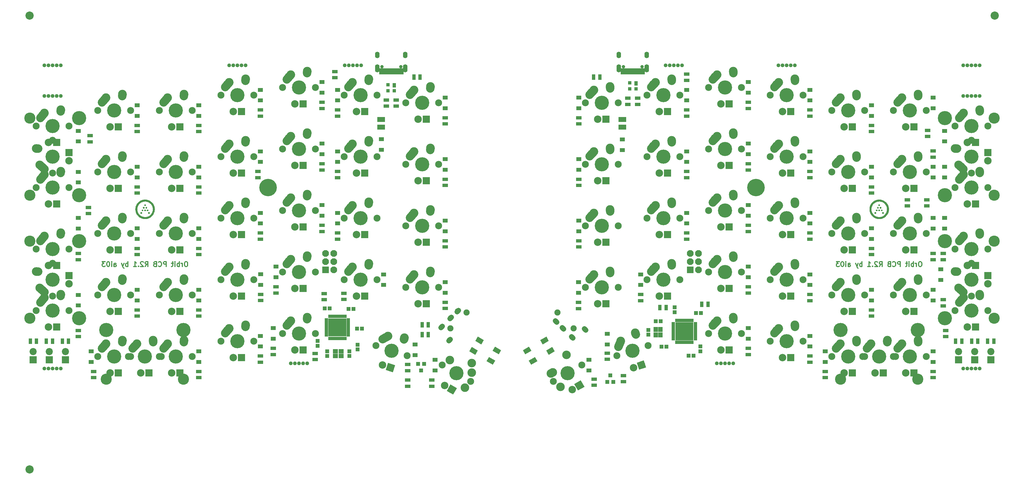
<source format=gbs>
G04 #@! TF.GenerationSoftware,KiCad,Pcbnew,(5.0.0)*
G04 #@! TF.CreationDate,2018-11-17T21:22:30-08:00*
G04 #@! TF.ProjectId,Orbit,4F726269742E6B696361645F70636200,rev?*
G04 #@! TF.SameCoordinates,Original*
G04 #@! TF.FileFunction,Soldermask,Bot*
G04 #@! TF.FilePolarity,Negative*
%FSLAX46Y46*%
G04 Gerber Fmt 4.6, Leading zero omitted, Abs format (unit mm)*
G04 Created by KiCad (PCBNEW (5.0.0)) date 11/17/18 21:22:30*
%MOMM*%
%LPD*%
G01*
G04 APERTURE LIST*
%ADD10C,0.300000*%
%ADD11C,0.010000*%
%ADD12C,1.187400*%
%ADD13C,1.900000*%
%ADD14C,1.600000*%
%ADD15C,1.600000*%
%ADD16R,1.700000X1.100000*%
%ADD17C,2.650000*%
%ADD18C,2.650000*%
%ADD19C,4.387800*%
%ADD20C,2.305000*%
%ADD21R,2.305000X2.305000*%
%ADD22C,2.150000*%
%ADD23R,1.150000X1.200000*%
%ADD24R,1.000000X1.850000*%
%ADD25R,0.700000X1.850000*%
%ADD26C,1.050000*%
%ADD27O,1.400000X2.500000*%
%ADD28O,1.400000X2.000000*%
%ADD29C,2.200000*%
%ADD30R,2.200000X2.200000*%
%ADD31R,1.600000X1.300000*%
%ADD32R,1.100000X1.000000*%
%ADD33R,1.100000X1.400000*%
%ADD34R,2.430000X1.540000*%
%ADD35C,0.100000*%
%ADD36R,1.100000X1.700000*%
%ADD37C,2.100000*%
%ADD38R,2.100000X2.100000*%
%ADD39R,1.200000X1.300000*%
%ADD40R,1.687500X1.687500*%
%ADD41R,0.650000X1.100000*%
%ADD42R,1.100000X0.650000*%
%ADD43R,1.200000X1.150000*%
%ADD44R,1.550000X1.400000*%
%ADD45R,1.400000X1.550000*%
%ADD46C,5.400000*%
%ADD47C,3.448000*%
%ADD48C,1.500000*%
%ADD49C,2.540000*%
G04 APERTURE END LIST*
D10*
X81119642Y-92047321D02*
X80833928Y-92047321D01*
X80691071Y-92118750D01*
X80548214Y-92261607D01*
X80476785Y-92547321D01*
X80476785Y-93047321D01*
X80548214Y-93333035D01*
X80691071Y-93475892D01*
X80833928Y-93547321D01*
X81119642Y-93547321D01*
X81262500Y-93475892D01*
X81405357Y-93333035D01*
X81476785Y-93047321D01*
X81476785Y-92547321D01*
X81405357Y-92261607D01*
X81262500Y-92118750D01*
X81119642Y-92047321D01*
X79833928Y-93547321D02*
X79833928Y-92547321D01*
X79833928Y-92833035D02*
X79762500Y-92690178D01*
X79691071Y-92618750D01*
X79548214Y-92547321D01*
X79405357Y-92547321D01*
X78905357Y-93547321D02*
X78905357Y-92047321D01*
X78905357Y-92618750D02*
X78762500Y-92547321D01*
X78476785Y-92547321D01*
X78333928Y-92618750D01*
X78262500Y-92690178D01*
X78191071Y-92833035D01*
X78191071Y-93261607D01*
X78262500Y-93404464D01*
X78333928Y-93475892D01*
X78476785Y-93547321D01*
X78762500Y-93547321D01*
X78905357Y-93475892D01*
X77548214Y-93547321D02*
X77548214Y-92547321D01*
X77548214Y-92047321D02*
X77619642Y-92118750D01*
X77548214Y-92190178D01*
X77476785Y-92118750D01*
X77548214Y-92047321D01*
X77548214Y-92190178D01*
X77048214Y-92547321D02*
X76476785Y-92547321D01*
X76833928Y-92047321D02*
X76833928Y-93333035D01*
X76762500Y-93475892D01*
X76619642Y-93547321D01*
X76476785Y-93547321D01*
X74833928Y-93547321D02*
X74833928Y-92047321D01*
X74262500Y-92047321D01*
X74119642Y-92118750D01*
X74048214Y-92190178D01*
X73976785Y-92333035D01*
X73976785Y-92547321D01*
X74048214Y-92690178D01*
X74119642Y-92761607D01*
X74262500Y-92833035D01*
X74833928Y-92833035D01*
X72476785Y-93404464D02*
X72548214Y-93475892D01*
X72762500Y-93547321D01*
X72905357Y-93547321D01*
X73119642Y-93475892D01*
X73262500Y-93333035D01*
X73333928Y-93190178D01*
X73405357Y-92904464D01*
X73405357Y-92690178D01*
X73333928Y-92404464D01*
X73262500Y-92261607D01*
X73119642Y-92118750D01*
X72905357Y-92047321D01*
X72762500Y-92047321D01*
X72548214Y-92118750D01*
X72476785Y-92190178D01*
X71333928Y-92761607D02*
X71119642Y-92833035D01*
X71048214Y-92904464D01*
X70976785Y-93047321D01*
X70976785Y-93261607D01*
X71048214Y-93404464D01*
X71119642Y-93475892D01*
X71262500Y-93547321D01*
X71833928Y-93547321D01*
X71833928Y-92047321D01*
X71333928Y-92047321D01*
X71191071Y-92118750D01*
X71119642Y-92190178D01*
X71048214Y-92333035D01*
X71048214Y-92475892D01*
X71119642Y-92618750D01*
X71191071Y-92690178D01*
X71333928Y-92761607D01*
X71833928Y-92761607D01*
X68333928Y-93547321D02*
X68833928Y-92833035D01*
X69191071Y-93547321D02*
X69191071Y-92047321D01*
X68619642Y-92047321D01*
X68476785Y-92118750D01*
X68405357Y-92190178D01*
X68333928Y-92333035D01*
X68333928Y-92547321D01*
X68405357Y-92690178D01*
X68476785Y-92761607D01*
X68619642Y-92833035D01*
X69191071Y-92833035D01*
X67762500Y-92190178D02*
X67691071Y-92118750D01*
X67548214Y-92047321D01*
X67191071Y-92047321D01*
X67048214Y-92118750D01*
X66976785Y-92190178D01*
X66905357Y-92333035D01*
X66905357Y-92475892D01*
X66976785Y-92690178D01*
X67833928Y-93547321D01*
X66905357Y-93547321D01*
X66262500Y-93404464D02*
X66191071Y-93475892D01*
X66262500Y-93547321D01*
X66333928Y-93475892D01*
X66262500Y-93404464D01*
X66262500Y-93547321D01*
X64762500Y-93547321D02*
X65619642Y-93547321D01*
X65191071Y-93547321D02*
X65191071Y-92047321D01*
X65333928Y-92261607D01*
X65476785Y-92404464D01*
X65619642Y-92475892D01*
X62976785Y-93547321D02*
X62976785Y-92047321D01*
X62976785Y-92618750D02*
X62833928Y-92547321D01*
X62548214Y-92547321D01*
X62405357Y-92618750D01*
X62333928Y-92690178D01*
X62262500Y-92833035D01*
X62262500Y-93261607D01*
X62333928Y-93404464D01*
X62405357Y-93475892D01*
X62548214Y-93547321D01*
X62833928Y-93547321D01*
X62976785Y-93475892D01*
X61762500Y-92547321D02*
X61405357Y-93547321D01*
X61048214Y-92547321D02*
X61405357Y-93547321D01*
X61548214Y-93904464D01*
X61619642Y-93975892D01*
X61762500Y-94047321D01*
X58691071Y-93547321D02*
X58691071Y-92761607D01*
X58762500Y-92618750D01*
X58905357Y-92547321D01*
X59191071Y-92547321D01*
X59333928Y-92618750D01*
X58691071Y-93475892D02*
X58833928Y-93547321D01*
X59191071Y-93547321D01*
X59333928Y-93475892D01*
X59405357Y-93333035D01*
X59405357Y-93190178D01*
X59333928Y-93047321D01*
X59191071Y-92975892D01*
X58833928Y-92975892D01*
X58691071Y-92904464D01*
X57976785Y-93547321D02*
X57976785Y-92547321D01*
X57976785Y-92047321D02*
X58048214Y-92118750D01*
X57976785Y-92190178D01*
X57905357Y-92118750D01*
X57976785Y-92047321D01*
X57976785Y-92190178D01*
X56976785Y-92047321D02*
X56833928Y-92047321D01*
X56691071Y-92118750D01*
X56619642Y-92190178D01*
X56548214Y-92333035D01*
X56476785Y-92618750D01*
X56476785Y-92975892D01*
X56548214Y-93261607D01*
X56619642Y-93404464D01*
X56691071Y-93475892D01*
X56833928Y-93547321D01*
X56976785Y-93547321D01*
X57119642Y-93475892D01*
X57191071Y-93404464D01*
X57262500Y-93261607D01*
X57333928Y-92975892D01*
X57333928Y-92618750D01*
X57262500Y-92333035D01*
X57191071Y-92190178D01*
X57119642Y-92118750D01*
X56976785Y-92047321D01*
X55976785Y-92047321D02*
X55048214Y-92047321D01*
X55548214Y-92618750D01*
X55333928Y-92618750D01*
X55191071Y-92690178D01*
X55119642Y-92761607D01*
X55048214Y-92904464D01*
X55048214Y-93261607D01*
X55119642Y-93404464D01*
X55191071Y-93475892D01*
X55333928Y-93547321D01*
X55762500Y-93547321D01*
X55905357Y-93475892D01*
X55976785Y-93404464D01*
X308132142Y-92047321D02*
X307846428Y-92047321D01*
X307703571Y-92118750D01*
X307560714Y-92261607D01*
X307489285Y-92547321D01*
X307489285Y-93047321D01*
X307560714Y-93333035D01*
X307703571Y-93475892D01*
X307846428Y-93547321D01*
X308132142Y-93547321D01*
X308275000Y-93475892D01*
X308417857Y-93333035D01*
X308489285Y-93047321D01*
X308489285Y-92547321D01*
X308417857Y-92261607D01*
X308275000Y-92118750D01*
X308132142Y-92047321D01*
X306846428Y-93547321D02*
X306846428Y-92547321D01*
X306846428Y-92833035D02*
X306775000Y-92690178D01*
X306703571Y-92618750D01*
X306560714Y-92547321D01*
X306417857Y-92547321D01*
X305917857Y-93547321D02*
X305917857Y-92047321D01*
X305917857Y-92618750D02*
X305775000Y-92547321D01*
X305489285Y-92547321D01*
X305346428Y-92618750D01*
X305275000Y-92690178D01*
X305203571Y-92833035D01*
X305203571Y-93261607D01*
X305275000Y-93404464D01*
X305346428Y-93475892D01*
X305489285Y-93547321D01*
X305775000Y-93547321D01*
X305917857Y-93475892D01*
X304560714Y-93547321D02*
X304560714Y-92547321D01*
X304560714Y-92047321D02*
X304632142Y-92118750D01*
X304560714Y-92190178D01*
X304489285Y-92118750D01*
X304560714Y-92047321D01*
X304560714Y-92190178D01*
X304060714Y-92547321D02*
X303489285Y-92547321D01*
X303846428Y-92047321D02*
X303846428Y-93333035D01*
X303775000Y-93475892D01*
X303632142Y-93547321D01*
X303489285Y-93547321D01*
X301846428Y-93547321D02*
X301846428Y-92047321D01*
X301275000Y-92047321D01*
X301132142Y-92118750D01*
X301060714Y-92190178D01*
X300989285Y-92333035D01*
X300989285Y-92547321D01*
X301060714Y-92690178D01*
X301132142Y-92761607D01*
X301275000Y-92833035D01*
X301846428Y-92833035D01*
X299489285Y-93404464D02*
X299560714Y-93475892D01*
X299775000Y-93547321D01*
X299917857Y-93547321D01*
X300132142Y-93475892D01*
X300275000Y-93333035D01*
X300346428Y-93190178D01*
X300417857Y-92904464D01*
X300417857Y-92690178D01*
X300346428Y-92404464D01*
X300275000Y-92261607D01*
X300132142Y-92118750D01*
X299917857Y-92047321D01*
X299775000Y-92047321D01*
X299560714Y-92118750D01*
X299489285Y-92190178D01*
X298346428Y-92761607D02*
X298132142Y-92833035D01*
X298060714Y-92904464D01*
X297989285Y-93047321D01*
X297989285Y-93261607D01*
X298060714Y-93404464D01*
X298132142Y-93475892D01*
X298275000Y-93547321D01*
X298846428Y-93547321D01*
X298846428Y-92047321D01*
X298346428Y-92047321D01*
X298203571Y-92118750D01*
X298132142Y-92190178D01*
X298060714Y-92333035D01*
X298060714Y-92475892D01*
X298132142Y-92618750D01*
X298203571Y-92690178D01*
X298346428Y-92761607D01*
X298846428Y-92761607D01*
X295346428Y-93547321D02*
X295846428Y-92833035D01*
X296203571Y-93547321D02*
X296203571Y-92047321D01*
X295632142Y-92047321D01*
X295489285Y-92118750D01*
X295417857Y-92190178D01*
X295346428Y-92333035D01*
X295346428Y-92547321D01*
X295417857Y-92690178D01*
X295489285Y-92761607D01*
X295632142Y-92833035D01*
X296203571Y-92833035D01*
X294775000Y-92190178D02*
X294703571Y-92118750D01*
X294560714Y-92047321D01*
X294203571Y-92047321D01*
X294060714Y-92118750D01*
X293989285Y-92190178D01*
X293917857Y-92333035D01*
X293917857Y-92475892D01*
X293989285Y-92690178D01*
X294846428Y-93547321D01*
X293917857Y-93547321D01*
X293275000Y-93404464D02*
X293203571Y-93475892D01*
X293275000Y-93547321D01*
X293346428Y-93475892D01*
X293275000Y-93404464D01*
X293275000Y-93547321D01*
X291775000Y-93547321D02*
X292632142Y-93547321D01*
X292203571Y-93547321D02*
X292203571Y-92047321D01*
X292346428Y-92261607D01*
X292489285Y-92404464D01*
X292632142Y-92475892D01*
X289989285Y-93547321D02*
X289989285Y-92047321D01*
X289989285Y-92618750D02*
X289846428Y-92547321D01*
X289560714Y-92547321D01*
X289417857Y-92618750D01*
X289346428Y-92690178D01*
X289275000Y-92833035D01*
X289275000Y-93261607D01*
X289346428Y-93404464D01*
X289417857Y-93475892D01*
X289560714Y-93547321D01*
X289846428Y-93547321D01*
X289989285Y-93475892D01*
X288775000Y-92547321D02*
X288417857Y-93547321D01*
X288060714Y-92547321D02*
X288417857Y-93547321D01*
X288560714Y-93904464D01*
X288632142Y-93975892D01*
X288775000Y-94047321D01*
X285703571Y-93547321D02*
X285703571Y-92761607D01*
X285775000Y-92618750D01*
X285917857Y-92547321D01*
X286203571Y-92547321D01*
X286346428Y-92618750D01*
X285703571Y-93475892D02*
X285846428Y-93547321D01*
X286203571Y-93547321D01*
X286346428Y-93475892D01*
X286417857Y-93333035D01*
X286417857Y-93190178D01*
X286346428Y-93047321D01*
X286203571Y-92975892D01*
X285846428Y-92975892D01*
X285703571Y-92904464D01*
X284989285Y-93547321D02*
X284989285Y-92547321D01*
X284989285Y-92047321D02*
X285060714Y-92118750D01*
X284989285Y-92190178D01*
X284917857Y-92118750D01*
X284989285Y-92047321D01*
X284989285Y-92190178D01*
X283989285Y-92047321D02*
X283846428Y-92047321D01*
X283703571Y-92118750D01*
X283632142Y-92190178D01*
X283560714Y-92333035D01*
X283489285Y-92618750D01*
X283489285Y-92975892D01*
X283560714Y-93261607D01*
X283632142Y-93404464D01*
X283703571Y-93475892D01*
X283846428Y-93547321D01*
X283989285Y-93547321D01*
X284132142Y-93475892D01*
X284203571Y-93404464D01*
X284275000Y-93261607D01*
X284346428Y-92975892D01*
X284346428Y-92618750D01*
X284275000Y-92333035D01*
X284203571Y-92190178D01*
X284132142Y-92118750D01*
X283989285Y-92047321D01*
X282989285Y-92047321D02*
X282060714Y-92047321D01*
X282560714Y-92618750D01*
X282346428Y-92618750D01*
X282203571Y-92690178D01*
X282132142Y-92761607D01*
X282060714Y-92904464D01*
X282060714Y-93261607D01*
X282132142Y-93404464D01*
X282203571Y-93475892D01*
X282346428Y-93547321D01*
X282775000Y-93547321D01*
X282917857Y-93475892D01*
X282989285Y-93404464D01*
D11*
G04 #@! TO.C,G\002A\002A\002A*
G36*
X68072000Y-74723625D02*
X68476812Y-74723625D01*
X68476812Y-74318813D01*
X68072000Y-74318813D01*
X68072000Y-74723625D01*
X68072000Y-74723625D01*
G37*
X68072000Y-74723625D02*
X68476812Y-74723625D01*
X68476812Y-74318813D01*
X68072000Y-74318813D01*
X68072000Y-74723625D01*
G36*
X67667187Y-75509438D02*
X68072000Y-75509438D01*
X68072000Y-75128438D01*
X67667187Y-75128438D01*
X67667187Y-75509438D01*
X67667187Y-75509438D01*
G37*
X67667187Y-75509438D02*
X68072000Y-75509438D01*
X68072000Y-75128438D01*
X67667187Y-75128438D01*
X67667187Y-75509438D01*
G36*
X68476812Y-75509438D02*
X68857812Y-75509438D01*
X68857812Y-75128438D01*
X68476812Y-75128438D01*
X68476812Y-75509438D01*
X68476812Y-75509438D01*
G37*
X68476812Y-75509438D02*
X68857812Y-75509438D01*
X68857812Y-75128438D01*
X68476812Y-75128438D01*
X68476812Y-75509438D01*
G36*
X67286187Y-76319063D02*
X67667187Y-76319063D01*
X67667187Y-75914250D01*
X67286187Y-75914250D01*
X67286187Y-76319063D01*
X67286187Y-76319063D01*
G37*
X67286187Y-76319063D02*
X67667187Y-76319063D01*
X67667187Y-75914250D01*
X67286187Y-75914250D01*
X67286187Y-76319063D01*
G36*
X68072000Y-76319063D02*
X68476812Y-76319063D01*
X68476812Y-75914250D01*
X68072000Y-75914250D01*
X68072000Y-76319063D01*
X68072000Y-76319063D01*
G37*
X68072000Y-76319063D02*
X68476812Y-76319063D01*
X68476812Y-75914250D01*
X68072000Y-75914250D01*
X68072000Y-76319063D01*
G36*
X68857812Y-76319063D02*
X69262625Y-76319063D01*
X69262625Y-75914250D01*
X68857812Y-75914250D01*
X68857812Y-76319063D01*
X68857812Y-76319063D01*
G37*
X68857812Y-76319063D02*
X69262625Y-76319063D01*
X69262625Y-75914250D01*
X68857812Y-75914250D01*
X68857812Y-76319063D01*
G36*
X66881375Y-77104875D02*
X67286187Y-77104875D01*
X67286187Y-76700063D01*
X66881375Y-76700063D01*
X66881375Y-77104875D01*
X66881375Y-77104875D01*
G37*
X66881375Y-77104875D02*
X67286187Y-77104875D01*
X67286187Y-76700063D01*
X66881375Y-76700063D01*
X66881375Y-77104875D01*
G36*
X69262625Y-77104875D02*
X69667437Y-77104875D01*
X69667437Y-76700063D01*
X69262625Y-76700063D01*
X69262625Y-77104875D01*
X69262625Y-77104875D01*
G37*
X69262625Y-77104875D02*
X69667437Y-77104875D01*
X69667437Y-76700063D01*
X69262625Y-76700063D01*
X69262625Y-77104875D01*
G36*
X68258531Y-72831170D02*
X68134413Y-72832540D01*
X68022701Y-72836697D01*
X67920108Y-72844044D01*
X67823344Y-72854985D01*
X67729122Y-72869923D01*
X67634153Y-72889262D01*
X67535149Y-72913406D01*
X67489870Y-72925543D01*
X67281323Y-72990781D01*
X67079235Y-73070117D01*
X66884372Y-73163153D01*
X66697501Y-73269493D01*
X66519386Y-73388741D01*
X66367240Y-73506742D01*
X66209572Y-73647467D01*
X66062235Y-73798912D01*
X65925914Y-73960010D01*
X65801292Y-74129692D01*
X65689053Y-74306891D01*
X65589880Y-74490541D01*
X65504458Y-74679572D01*
X65433470Y-74872918D01*
X65384716Y-75040928D01*
X65351645Y-75180914D01*
X65326285Y-75312850D01*
X65307893Y-75442122D01*
X65295725Y-75574118D01*
X65289039Y-75714225D01*
X65288386Y-75739625D01*
X65291105Y-75957922D01*
X65309300Y-76172705D01*
X65342965Y-76383946D01*
X65392094Y-76591614D01*
X65456681Y-76795680D01*
X65520878Y-76959612D01*
X65548961Y-77024877D01*
X65573023Y-77079035D01*
X65594892Y-77125738D01*
X65616393Y-77168638D01*
X65639354Y-77211388D01*
X65665600Y-77257640D01*
X65694725Y-77307281D01*
X65813944Y-77493552D01*
X65944048Y-77668278D01*
X66085171Y-77831590D01*
X66237445Y-77983621D01*
X66401003Y-78124505D01*
X66575976Y-78254373D01*
X66758344Y-78370900D01*
X66811173Y-78401869D01*
X66857086Y-78427846D01*
X66899735Y-78450656D01*
X66942772Y-78472126D01*
X66989849Y-78494082D01*
X67044619Y-78518350D01*
X67106013Y-78544747D01*
X67202246Y-78584294D01*
X67290964Y-78617333D01*
X67378078Y-78645820D01*
X67469502Y-78671714D01*
X67552094Y-78692447D01*
X67716610Y-78728001D01*
X67873705Y-78753678D01*
X68027933Y-78770018D01*
X68183851Y-78777561D01*
X68274406Y-78778138D01*
X68325625Y-78777623D01*
X68373746Y-78776918D01*
X68415626Y-78776085D01*
X68448122Y-78775188D01*
X68468090Y-78774290D01*
X68468875Y-78774234D01*
X68685049Y-78750282D01*
X68897806Y-78711295D01*
X69106287Y-78657592D01*
X69309632Y-78589488D01*
X69506984Y-78507301D01*
X69697482Y-78411350D01*
X69880268Y-78301951D01*
X70031224Y-78196921D01*
X70204151Y-78058574D01*
X70364835Y-77910213D01*
X70513049Y-77752164D01*
X70648571Y-77584757D01*
X70771176Y-77408319D01*
X70880639Y-77223177D01*
X70976737Y-77029660D01*
X71059244Y-76828096D01*
X71127937Y-76618813D01*
X71140082Y-76575755D01*
X71166448Y-76473960D01*
X71187833Y-76377636D01*
X71204641Y-76283492D01*
X71217275Y-76188242D01*
X71226140Y-76088595D01*
X71231638Y-75981265D01*
X71234174Y-75862961D01*
X71234455Y-75807094D01*
X71233780Y-75751733D01*
X70701706Y-75751733D01*
X70701603Y-75831871D01*
X70699937Y-75911535D01*
X70696741Y-75986662D01*
X70692044Y-76053185D01*
X70688324Y-76088875D01*
X70656450Y-76286173D01*
X70609799Y-76477788D01*
X70548549Y-76663347D01*
X70472881Y-76842474D01*
X70382973Y-77014794D01*
X70279006Y-77179934D01*
X70161159Y-77337518D01*
X70029612Y-77487172D01*
X70007276Y-77510385D01*
X69873042Y-77637459D01*
X69727340Y-77755395D01*
X69572869Y-77862215D01*
X69412331Y-77955941D01*
X69366542Y-77979629D01*
X69292134Y-78016278D01*
X69226893Y-78046497D01*
X69166396Y-78072065D01*
X69106222Y-78094759D01*
X69041949Y-78116358D01*
X68976875Y-78136352D01*
X68787662Y-78185765D01*
X68601911Y-78220216D01*
X68418173Y-78239839D01*
X68234997Y-78244767D01*
X68050936Y-78235136D01*
X67984394Y-78228156D01*
X67797062Y-78199212D01*
X67617481Y-78157403D01*
X67443143Y-78101979D01*
X67271541Y-78032189D01*
X67174584Y-77985991D01*
X67003952Y-77892572D01*
X66844536Y-77788837D01*
X66695578Y-77674099D01*
X66556321Y-77547675D01*
X66426006Y-77408879D01*
X66303876Y-77257028D01*
X66195608Y-77101384D01*
X66170482Y-77060193D01*
X66141159Y-77008065D01*
X66109459Y-76948621D01*
X66077201Y-76885481D01*
X66046207Y-76822265D01*
X66018294Y-76762592D01*
X65995285Y-76710082D01*
X65981847Y-76676250D01*
X65918980Y-76484709D01*
X65871584Y-76291970D01*
X65839700Y-76098575D01*
X65823370Y-75905065D01*
X65822632Y-75711982D01*
X65837528Y-75519867D01*
X65868098Y-75329261D01*
X65877901Y-75283219D01*
X65911550Y-75146926D01*
X65949858Y-75020743D01*
X65994796Y-74899132D01*
X66048337Y-74776557D01*
X66085996Y-74699083D01*
X66179701Y-74530235D01*
X66286526Y-74369798D01*
X66405702Y-74218493D01*
X66536463Y-74077039D01*
X66678040Y-73946156D01*
X66829666Y-73826565D01*
X66990573Y-73718985D01*
X67159993Y-73624136D01*
X67304175Y-73556605D01*
X67475803Y-73490210D01*
X67648357Y-73438212D01*
X67823844Y-73400203D01*
X68004274Y-73375776D01*
X68191655Y-73364522D01*
X68254562Y-73363632D01*
X68452657Y-73370002D01*
X68644285Y-73390647D01*
X68830219Y-73425798D01*
X69011235Y-73475692D01*
X69188106Y-73540560D01*
X69361606Y-73620638D01*
X69532509Y-73716160D01*
X69633206Y-73780369D01*
X69772639Y-73881897D01*
X69906837Y-73996403D01*
X70034159Y-74121964D01*
X70152965Y-74256656D01*
X70261614Y-74398556D01*
X70358465Y-74545740D01*
X70441878Y-74696286D01*
X70476674Y-74769205D01*
X70538077Y-74914064D01*
X70588308Y-75053303D01*
X70628565Y-75191251D01*
X70660044Y-75332239D01*
X70683944Y-75480596D01*
X70692345Y-75549125D01*
X70697108Y-75606295D01*
X70700218Y-75675186D01*
X70701706Y-75751733D01*
X71233780Y-75751733D01*
X71232710Y-75664098D01*
X71226836Y-75533231D01*
X71216262Y-75411150D01*
X71200415Y-75294510D01*
X71178723Y-75179969D01*
X71150613Y-75064184D01*
X71115514Y-74943812D01*
X71072853Y-74815509D01*
X71057159Y-74771250D01*
X70978774Y-74576531D01*
X70885934Y-74388197D01*
X70778828Y-74206510D01*
X70657648Y-74031733D01*
X70522583Y-73864128D01*
X70373826Y-73703958D01*
X70211567Y-73551485D01*
X70104729Y-73461304D01*
X70018900Y-73395811D01*
X69921361Y-73328485D01*
X69815752Y-73261537D01*
X69705714Y-73197180D01*
X69594887Y-73137625D01*
X69486911Y-73085083D01*
X69480906Y-73082340D01*
X69410946Y-73052467D01*
X69329765Y-73021081D01*
X69241733Y-72989661D01*
X69151221Y-72959687D01*
X69062599Y-72932636D01*
X68980236Y-72909989D01*
X68948350Y-72902096D01*
X68855125Y-72881328D01*
X68766151Y-72864668D01*
X68678147Y-72851777D01*
X68587831Y-72842320D01*
X68491922Y-72835957D01*
X68387140Y-72832353D01*
X68270205Y-72831169D01*
X68258531Y-72831170D01*
X68258531Y-72831170D01*
G37*
X68258531Y-72831170D02*
X68134413Y-72832540D01*
X68022701Y-72836697D01*
X67920108Y-72844044D01*
X67823344Y-72854985D01*
X67729122Y-72869923D01*
X67634153Y-72889262D01*
X67535149Y-72913406D01*
X67489870Y-72925543D01*
X67281323Y-72990781D01*
X67079235Y-73070117D01*
X66884372Y-73163153D01*
X66697501Y-73269493D01*
X66519386Y-73388741D01*
X66367240Y-73506742D01*
X66209572Y-73647467D01*
X66062235Y-73798912D01*
X65925914Y-73960010D01*
X65801292Y-74129692D01*
X65689053Y-74306891D01*
X65589880Y-74490541D01*
X65504458Y-74679572D01*
X65433470Y-74872918D01*
X65384716Y-75040928D01*
X65351645Y-75180914D01*
X65326285Y-75312850D01*
X65307893Y-75442122D01*
X65295725Y-75574118D01*
X65289039Y-75714225D01*
X65288386Y-75739625D01*
X65291105Y-75957922D01*
X65309300Y-76172705D01*
X65342965Y-76383946D01*
X65392094Y-76591614D01*
X65456681Y-76795680D01*
X65520878Y-76959612D01*
X65548961Y-77024877D01*
X65573023Y-77079035D01*
X65594892Y-77125738D01*
X65616393Y-77168638D01*
X65639354Y-77211388D01*
X65665600Y-77257640D01*
X65694725Y-77307281D01*
X65813944Y-77493552D01*
X65944048Y-77668278D01*
X66085171Y-77831590D01*
X66237445Y-77983621D01*
X66401003Y-78124505D01*
X66575976Y-78254373D01*
X66758344Y-78370900D01*
X66811173Y-78401869D01*
X66857086Y-78427846D01*
X66899735Y-78450656D01*
X66942772Y-78472126D01*
X66989849Y-78494082D01*
X67044619Y-78518350D01*
X67106013Y-78544747D01*
X67202246Y-78584294D01*
X67290964Y-78617333D01*
X67378078Y-78645820D01*
X67469502Y-78671714D01*
X67552094Y-78692447D01*
X67716610Y-78728001D01*
X67873705Y-78753678D01*
X68027933Y-78770018D01*
X68183851Y-78777561D01*
X68274406Y-78778138D01*
X68325625Y-78777623D01*
X68373746Y-78776918D01*
X68415626Y-78776085D01*
X68448122Y-78775188D01*
X68468090Y-78774290D01*
X68468875Y-78774234D01*
X68685049Y-78750282D01*
X68897806Y-78711295D01*
X69106287Y-78657592D01*
X69309632Y-78589488D01*
X69506984Y-78507301D01*
X69697482Y-78411350D01*
X69880268Y-78301951D01*
X70031224Y-78196921D01*
X70204151Y-78058574D01*
X70364835Y-77910213D01*
X70513049Y-77752164D01*
X70648571Y-77584757D01*
X70771176Y-77408319D01*
X70880639Y-77223177D01*
X70976737Y-77029660D01*
X71059244Y-76828096D01*
X71127937Y-76618813D01*
X71140082Y-76575755D01*
X71166448Y-76473960D01*
X71187833Y-76377636D01*
X71204641Y-76283492D01*
X71217275Y-76188242D01*
X71226140Y-76088595D01*
X71231638Y-75981265D01*
X71234174Y-75862961D01*
X71234455Y-75807094D01*
X71233780Y-75751733D01*
X70701706Y-75751733D01*
X70701603Y-75831871D01*
X70699937Y-75911535D01*
X70696741Y-75986662D01*
X70692044Y-76053185D01*
X70688324Y-76088875D01*
X70656450Y-76286173D01*
X70609799Y-76477788D01*
X70548549Y-76663347D01*
X70472881Y-76842474D01*
X70382973Y-77014794D01*
X70279006Y-77179934D01*
X70161159Y-77337518D01*
X70029612Y-77487172D01*
X70007276Y-77510385D01*
X69873042Y-77637459D01*
X69727340Y-77755395D01*
X69572869Y-77862215D01*
X69412331Y-77955941D01*
X69366542Y-77979629D01*
X69292134Y-78016278D01*
X69226893Y-78046497D01*
X69166396Y-78072065D01*
X69106222Y-78094759D01*
X69041949Y-78116358D01*
X68976875Y-78136352D01*
X68787662Y-78185765D01*
X68601911Y-78220216D01*
X68418173Y-78239839D01*
X68234997Y-78244767D01*
X68050936Y-78235136D01*
X67984394Y-78228156D01*
X67797062Y-78199212D01*
X67617481Y-78157403D01*
X67443143Y-78101979D01*
X67271541Y-78032189D01*
X67174584Y-77985991D01*
X67003952Y-77892572D01*
X66844536Y-77788837D01*
X66695578Y-77674099D01*
X66556321Y-77547675D01*
X66426006Y-77408879D01*
X66303876Y-77257028D01*
X66195608Y-77101384D01*
X66170482Y-77060193D01*
X66141159Y-77008065D01*
X66109459Y-76948621D01*
X66077201Y-76885481D01*
X66046207Y-76822265D01*
X66018294Y-76762592D01*
X65995285Y-76710082D01*
X65981847Y-76676250D01*
X65918980Y-76484709D01*
X65871584Y-76291970D01*
X65839700Y-76098575D01*
X65823370Y-75905065D01*
X65822632Y-75711982D01*
X65837528Y-75519867D01*
X65868098Y-75329261D01*
X65877901Y-75283219D01*
X65911550Y-75146926D01*
X65949858Y-75020743D01*
X65994796Y-74899132D01*
X66048337Y-74776557D01*
X66085996Y-74699083D01*
X66179701Y-74530235D01*
X66286526Y-74369798D01*
X66405702Y-74218493D01*
X66536463Y-74077039D01*
X66678040Y-73946156D01*
X66829666Y-73826565D01*
X66990573Y-73718985D01*
X67159993Y-73624136D01*
X67304175Y-73556605D01*
X67475803Y-73490210D01*
X67648357Y-73438212D01*
X67823844Y-73400203D01*
X68004274Y-73375776D01*
X68191655Y-73364522D01*
X68254562Y-73363632D01*
X68452657Y-73370002D01*
X68644285Y-73390647D01*
X68830219Y-73425798D01*
X69011235Y-73475692D01*
X69188106Y-73540560D01*
X69361606Y-73620638D01*
X69532509Y-73716160D01*
X69633206Y-73780369D01*
X69772639Y-73881897D01*
X69906837Y-73996403D01*
X70034159Y-74121964D01*
X70152965Y-74256656D01*
X70261614Y-74398556D01*
X70358465Y-74545740D01*
X70441878Y-74696286D01*
X70476674Y-74769205D01*
X70538077Y-74914064D01*
X70588308Y-75053303D01*
X70628565Y-75191251D01*
X70660044Y-75332239D01*
X70683944Y-75480596D01*
X70692345Y-75549125D01*
X70697108Y-75606295D01*
X70700218Y-75675186D01*
X70701706Y-75751733D01*
X71233780Y-75751733D01*
X71232710Y-75664098D01*
X71226836Y-75533231D01*
X71216262Y-75411150D01*
X71200415Y-75294510D01*
X71178723Y-75179969D01*
X71150613Y-75064184D01*
X71115514Y-74943812D01*
X71072853Y-74815509D01*
X71057159Y-74771250D01*
X70978774Y-74576531D01*
X70885934Y-74388197D01*
X70778828Y-74206510D01*
X70657648Y-74031733D01*
X70522583Y-73864128D01*
X70373826Y-73703958D01*
X70211567Y-73551485D01*
X70104729Y-73461304D01*
X70018900Y-73395811D01*
X69921361Y-73328485D01*
X69815752Y-73261537D01*
X69705714Y-73197180D01*
X69594887Y-73137625D01*
X69486911Y-73085083D01*
X69480906Y-73082340D01*
X69410946Y-73052467D01*
X69329765Y-73021081D01*
X69241733Y-72989661D01*
X69151221Y-72959687D01*
X69062599Y-72932636D01*
X68980236Y-72909989D01*
X68948350Y-72902096D01*
X68855125Y-72881328D01*
X68766151Y-72864668D01*
X68678147Y-72851777D01*
X68587831Y-72842320D01*
X68491922Y-72835957D01*
X68387140Y-72832353D01*
X68270205Y-72831169D01*
X68258531Y-72831170D01*
G36*
X295084500Y-74723625D02*
X295489312Y-74723625D01*
X295489312Y-74318813D01*
X295084500Y-74318813D01*
X295084500Y-74723625D01*
X295084500Y-74723625D01*
G37*
X295084500Y-74723625D02*
X295489312Y-74723625D01*
X295489312Y-74318813D01*
X295084500Y-74318813D01*
X295084500Y-74723625D01*
G36*
X294679687Y-75509438D02*
X295084500Y-75509438D01*
X295084500Y-75128438D01*
X294679687Y-75128438D01*
X294679687Y-75509438D01*
X294679687Y-75509438D01*
G37*
X294679687Y-75509438D02*
X295084500Y-75509438D01*
X295084500Y-75128438D01*
X294679687Y-75128438D01*
X294679687Y-75509438D01*
G36*
X295489312Y-75509438D02*
X295870312Y-75509438D01*
X295870312Y-75128438D01*
X295489312Y-75128438D01*
X295489312Y-75509438D01*
X295489312Y-75509438D01*
G37*
X295489312Y-75509438D02*
X295870312Y-75509438D01*
X295870312Y-75128438D01*
X295489312Y-75128438D01*
X295489312Y-75509438D01*
G36*
X294298687Y-76319063D02*
X294679687Y-76319063D01*
X294679687Y-75914250D01*
X294298687Y-75914250D01*
X294298687Y-76319063D01*
X294298687Y-76319063D01*
G37*
X294298687Y-76319063D02*
X294679687Y-76319063D01*
X294679687Y-75914250D01*
X294298687Y-75914250D01*
X294298687Y-76319063D01*
G36*
X295084500Y-76319063D02*
X295489312Y-76319063D01*
X295489312Y-75914250D01*
X295084500Y-75914250D01*
X295084500Y-76319063D01*
X295084500Y-76319063D01*
G37*
X295084500Y-76319063D02*
X295489312Y-76319063D01*
X295489312Y-75914250D01*
X295084500Y-75914250D01*
X295084500Y-76319063D01*
G36*
X295870312Y-76319063D02*
X296275125Y-76319063D01*
X296275125Y-75914250D01*
X295870312Y-75914250D01*
X295870312Y-76319063D01*
X295870312Y-76319063D01*
G37*
X295870312Y-76319063D02*
X296275125Y-76319063D01*
X296275125Y-75914250D01*
X295870312Y-75914250D01*
X295870312Y-76319063D01*
G36*
X293893875Y-77104875D02*
X294298687Y-77104875D01*
X294298687Y-76700063D01*
X293893875Y-76700063D01*
X293893875Y-77104875D01*
X293893875Y-77104875D01*
G37*
X293893875Y-77104875D02*
X294298687Y-77104875D01*
X294298687Y-76700063D01*
X293893875Y-76700063D01*
X293893875Y-77104875D01*
G36*
X296275125Y-77104875D02*
X296679937Y-77104875D01*
X296679937Y-76700063D01*
X296275125Y-76700063D01*
X296275125Y-77104875D01*
X296275125Y-77104875D01*
G37*
X296275125Y-77104875D02*
X296679937Y-77104875D01*
X296679937Y-76700063D01*
X296275125Y-76700063D01*
X296275125Y-77104875D01*
G36*
X295271031Y-72831170D02*
X295146913Y-72832540D01*
X295035201Y-72836697D01*
X294932608Y-72844044D01*
X294835844Y-72854985D01*
X294741622Y-72869923D01*
X294646653Y-72889262D01*
X294547649Y-72913406D01*
X294502370Y-72925543D01*
X294293823Y-72990781D01*
X294091735Y-73070117D01*
X293896872Y-73163153D01*
X293710001Y-73269493D01*
X293531886Y-73388741D01*
X293379740Y-73506742D01*
X293222072Y-73647467D01*
X293074735Y-73798912D01*
X292938414Y-73960010D01*
X292813792Y-74129692D01*
X292701553Y-74306891D01*
X292602380Y-74490541D01*
X292516958Y-74679572D01*
X292445970Y-74872918D01*
X292397216Y-75040928D01*
X292364145Y-75180914D01*
X292338785Y-75312850D01*
X292320393Y-75442122D01*
X292308225Y-75574118D01*
X292301539Y-75714225D01*
X292300886Y-75739625D01*
X292303605Y-75957922D01*
X292321800Y-76172705D01*
X292355465Y-76383946D01*
X292404594Y-76591614D01*
X292469181Y-76795680D01*
X292533378Y-76959612D01*
X292561461Y-77024877D01*
X292585523Y-77079035D01*
X292607392Y-77125738D01*
X292628893Y-77168638D01*
X292651854Y-77211388D01*
X292678100Y-77257640D01*
X292707225Y-77307281D01*
X292826444Y-77493552D01*
X292956548Y-77668278D01*
X293097671Y-77831590D01*
X293249945Y-77983621D01*
X293413503Y-78124505D01*
X293588476Y-78254373D01*
X293770844Y-78370900D01*
X293823673Y-78401869D01*
X293869586Y-78427846D01*
X293912235Y-78450656D01*
X293955272Y-78472126D01*
X294002349Y-78494082D01*
X294057119Y-78518350D01*
X294118513Y-78544747D01*
X294214746Y-78584294D01*
X294303464Y-78617333D01*
X294390578Y-78645820D01*
X294482002Y-78671714D01*
X294564594Y-78692447D01*
X294729110Y-78728001D01*
X294886205Y-78753678D01*
X295040433Y-78770018D01*
X295196351Y-78777561D01*
X295286906Y-78778138D01*
X295338125Y-78777623D01*
X295386246Y-78776918D01*
X295428126Y-78776085D01*
X295460622Y-78775188D01*
X295480590Y-78774290D01*
X295481375Y-78774234D01*
X295697549Y-78750282D01*
X295910306Y-78711295D01*
X296118787Y-78657592D01*
X296322132Y-78589488D01*
X296519484Y-78507301D01*
X296709982Y-78411350D01*
X296892768Y-78301951D01*
X297043724Y-78196921D01*
X297216651Y-78058574D01*
X297377335Y-77910213D01*
X297525549Y-77752164D01*
X297661071Y-77584757D01*
X297783676Y-77408319D01*
X297893139Y-77223177D01*
X297989237Y-77029660D01*
X298071744Y-76828096D01*
X298140437Y-76618813D01*
X298152582Y-76575755D01*
X298178948Y-76473960D01*
X298200333Y-76377636D01*
X298217141Y-76283492D01*
X298229775Y-76188242D01*
X298238640Y-76088595D01*
X298244138Y-75981265D01*
X298246674Y-75862961D01*
X298246955Y-75807094D01*
X298246280Y-75751733D01*
X297714206Y-75751733D01*
X297714103Y-75831871D01*
X297712437Y-75911535D01*
X297709241Y-75986662D01*
X297704544Y-76053185D01*
X297700824Y-76088875D01*
X297668950Y-76286173D01*
X297622299Y-76477788D01*
X297561049Y-76663347D01*
X297485381Y-76842474D01*
X297395473Y-77014794D01*
X297291506Y-77179934D01*
X297173659Y-77337518D01*
X297042112Y-77487172D01*
X297019776Y-77510385D01*
X296885542Y-77637459D01*
X296739840Y-77755395D01*
X296585369Y-77862215D01*
X296424831Y-77955941D01*
X296379042Y-77979629D01*
X296304634Y-78016278D01*
X296239393Y-78046497D01*
X296178896Y-78072065D01*
X296118722Y-78094759D01*
X296054449Y-78116358D01*
X295989375Y-78136352D01*
X295800162Y-78185765D01*
X295614411Y-78220216D01*
X295430673Y-78239839D01*
X295247497Y-78244767D01*
X295063436Y-78235136D01*
X294996894Y-78228156D01*
X294809562Y-78199212D01*
X294629981Y-78157403D01*
X294455643Y-78101979D01*
X294284041Y-78032189D01*
X294187084Y-77985991D01*
X294016452Y-77892572D01*
X293857036Y-77788837D01*
X293708078Y-77674099D01*
X293568821Y-77547675D01*
X293438506Y-77408879D01*
X293316376Y-77257028D01*
X293208108Y-77101384D01*
X293182982Y-77060193D01*
X293153659Y-77008065D01*
X293121959Y-76948621D01*
X293089701Y-76885481D01*
X293058707Y-76822265D01*
X293030794Y-76762592D01*
X293007785Y-76710082D01*
X292994347Y-76676250D01*
X292931480Y-76484709D01*
X292884084Y-76291970D01*
X292852200Y-76098575D01*
X292835870Y-75905065D01*
X292835132Y-75711982D01*
X292850028Y-75519867D01*
X292880598Y-75329261D01*
X292890401Y-75283219D01*
X292924050Y-75146926D01*
X292962358Y-75020743D01*
X293007296Y-74899132D01*
X293060837Y-74776557D01*
X293098496Y-74699083D01*
X293192201Y-74530235D01*
X293299026Y-74369798D01*
X293418202Y-74218493D01*
X293548963Y-74077039D01*
X293690540Y-73946156D01*
X293842166Y-73826565D01*
X294003073Y-73718985D01*
X294172493Y-73624136D01*
X294316675Y-73556605D01*
X294488303Y-73490210D01*
X294660857Y-73438212D01*
X294836344Y-73400203D01*
X295016774Y-73375776D01*
X295204155Y-73364522D01*
X295267062Y-73363632D01*
X295465157Y-73370002D01*
X295656785Y-73390647D01*
X295842719Y-73425798D01*
X296023735Y-73475692D01*
X296200606Y-73540560D01*
X296374106Y-73620638D01*
X296545009Y-73716160D01*
X296645706Y-73780369D01*
X296785139Y-73881897D01*
X296919337Y-73996403D01*
X297046659Y-74121964D01*
X297165465Y-74256656D01*
X297274114Y-74398556D01*
X297370965Y-74545740D01*
X297454378Y-74696286D01*
X297489174Y-74769205D01*
X297550577Y-74914064D01*
X297600808Y-75053303D01*
X297641065Y-75191251D01*
X297672544Y-75332239D01*
X297696444Y-75480596D01*
X297704845Y-75549125D01*
X297709608Y-75606295D01*
X297712718Y-75675186D01*
X297714206Y-75751733D01*
X298246280Y-75751733D01*
X298245210Y-75664098D01*
X298239336Y-75533231D01*
X298228762Y-75411150D01*
X298212915Y-75294510D01*
X298191223Y-75179969D01*
X298163113Y-75064184D01*
X298128014Y-74943812D01*
X298085353Y-74815509D01*
X298069659Y-74771250D01*
X297991274Y-74576531D01*
X297898434Y-74388197D01*
X297791328Y-74206510D01*
X297670148Y-74031733D01*
X297535083Y-73864128D01*
X297386326Y-73703958D01*
X297224067Y-73551485D01*
X297117229Y-73461304D01*
X297031400Y-73395811D01*
X296933861Y-73328485D01*
X296828252Y-73261537D01*
X296718214Y-73197180D01*
X296607387Y-73137625D01*
X296499411Y-73085083D01*
X296493406Y-73082340D01*
X296423446Y-73052467D01*
X296342265Y-73021081D01*
X296254233Y-72989661D01*
X296163721Y-72959687D01*
X296075099Y-72932636D01*
X295992736Y-72909989D01*
X295960850Y-72902096D01*
X295867625Y-72881328D01*
X295778651Y-72864668D01*
X295690647Y-72851777D01*
X295600331Y-72842320D01*
X295504422Y-72835957D01*
X295399640Y-72832353D01*
X295282705Y-72831169D01*
X295271031Y-72831170D01*
X295271031Y-72831170D01*
G37*
X295271031Y-72831170D02*
X295146913Y-72832540D01*
X295035201Y-72836697D01*
X294932608Y-72844044D01*
X294835844Y-72854985D01*
X294741622Y-72869923D01*
X294646653Y-72889262D01*
X294547649Y-72913406D01*
X294502370Y-72925543D01*
X294293823Y-72990781D01*
X294091735Y-73070117D01*
X293896872Y-73163153D01*
X293710001Y-73269493D01*
X293531886Y-73388741D01*
X293379740Y-73506742D01*
X293222072Y-73647467D01*
X293074735Y-73798912D01*
X292938414Y-73960010D01*
X292813792Y-74129692D01*
X292701553Y-74306891D01*
X292602380Y-74490541D01*
X292516958Y-74679572D01*
X292445970Y-74872918D01*
X292397216Y-75040928D01*
X292364145Y-75180914D01*
X292338785Y-75312850D01*
X292320393Y-75442122D01*
X292308225Y-75574118D01*
X292301539Y-75714225D01*
X292300886Y-75739625D01*
X292303605Y-75957922D01*
X292321800Y-76172705D01*
X292355465Y-76383946D01*
X292404594Y-76591614D01*
X292469181Y-76795680D01*
X292533378Y-76959612D01*
X292561461Y-77024877D01*
X292585523Y-77079035D01*
X292607392Y-77125738D01*
X292628893Y-77168638D01*
X292651854Y-77211388D01*
X292678100Y-77257640D01*
X292707225Y-77307281D01*
X292826444Y-77493552D01*
X292956548Y-77668278D01*
X293097671Y-77831590D01*
X293249945Y-77983621D01*
X293413503Y-78124505D01*
X293588476Y-78254373D01*
X293770844Y-78370900D01*
X293823673Y-78401869D01*
X293869586Y-78427846D01*
X293912235Y-78450656D01*
X293955272Y-78472126D01*
X294002349Y-78494082D01*
X294057119Y-78518350D01*
X294118513Y-78544747D01*
X294214746Y-78584294D01*
X294303464Y-78617333D01*
X294390578Y-78645820D01*
X294482002Y-78671714D01*
X294564594Y-78692447D01*
X294729110Y-78728001D01*
X294886205Y-78753678D01*
X295040433Y-78770018D01*
X295196351Y-78777561D01*
X295286906Y-78778138D01*
X295338125Y-78777623D01*
X295386246Y-78776918D01*
X295428126Y-78776085D01*
X295460622Y-78775188D01*
X295480590Y-78774290D01*
X295481375Y-78774234D01*
X295697549Y-78750282D01*
X295910306Y-78711295D01*
X296118787Y-78657592D01*
X296322132Y-78589488D01*
X296519484Y-78507301D01*
X296709982Y-78411350D01*
X296892768Y-78301951D01*
X297043724Y-78196921D01*
X297216651Y-78058574D01*
X297377335Y-77910213D01*
X297525549Y-77752164D01*
X297661071Y-77584757D01*
X297783676Y-77408319D01*
X297893139Y-77223177D01*
X297989237Y-77029660D01*
X298071744Y-76828096D01*
X298140437Y-76618813D01*
X298152582Y-76575755D01*
X298178948Y-76473960D01*
X298200333Y-76377636D01*
X298217141Y-76283492D01*
X298229775Y-76188242D01*
X298238640Y-76088595D01*
X298244138Y-75981265D01*
X298246674Y-75862961D01*
X298246955Y-75807094D01*
X298246280Y-75751733D01*
X297714206Y-75751733D01*
X297714103Y-75831871D01*
X297712437Y-75911535D01*
X297709241Y-75986662D01*
X297704544Y-76053185D01*
X297700824Y-76088875D01*
X297668950Y-76286173D01*
X297622299Y-76477788D01*
X297561049Y-76663347D01*
X297485381Y-76842474D01*
X297395473Y-77014794D01*
X297291506Y-77179934D01*
X297173659Y-77337518D01*
X297042112Y-77487172D01*
X297019776Y-77510385D01*
X296885542Y-77637459D01*
X296739840Y-77755395D01*
X296585369Y-77862215D01*
X296424831Y-77955941D01*
X296379042Y-77979629D01*
X296304634Y-78016278D01*
X296239393Y-78046497D01*
X296178896Y-78072065D01*
X296118722Y-78094759D01*
X296054449Y-78116358D01*
X295989375Y-78136352D01*
X295800162Y-78185765D01*
X295614411Y-78220216D01*
X295430673Y-78239839D01*
X295247497Y-78244767D01*
X295063436Y-78235136D01*
X294996894Y-78228156D01*
X294809562Y-78199212D01*
X294629981Y-78157403D01*
X294455643Y-78101979D01*
X294284041Y-78032189D01*
X294187084Y-77985991D01*
X294016452Y-77892572D01*
X293857036Y-77788837D01*
X293708078Y-77674099D01*
X293568821Y-77547675D01*
X293438506Y-77408879D01*
X293316376Y-77257028D01*
X293208108Y-77101384D01*
X293182982Y-77060193D01*
X293153659Y-77008065D01*
X293121959Y-76948621D01*
X293089701Y-76885481D01*
X293058707Y-76822265D01*
X293030794Y-76762592D01*
X293007785Y-76710082D01*
X292994347Y-76676250D01*
X292931480Y-76484709D01*
X292884084Y-76291970D01*
X292852200Y-76098575D01*
X292835870Y-75905065D01*
X292835132Y-75711982D01*
X292850028Y-75519867D01*
X292880598Y-75329261D01*
X292890401Y-75283219D01*
X292924050Y-75146926D01*
X292962358Y-75020743D01*
X293007296Y-74899132D01*
X293060837Y-74776557D01*
X293098496Y-74699083D01*
X293192201Y-74530235D01*
X293299026Y-74369798D01*
X293418202Y-74218493D01*
X293548963Y-74077039D01*
X293690540Y-73946156D01*
X293842166Y-73826565D01*
X294003073Y-73718985D01*
X294172493Y-73624136D01*
X294316675Y-73556605D01*
X294488303Y-73490210D01*
X294660857Y-73438212D01*
X294836344Y-73400203D01*
X295016774Y-73375776D01*
X295204155Y-73364522D01*
X295267062Y-73363632D01*
X295465157Y-73370002D01*
X295656785Y-73390647D01*
X295842719Y-73425798D01*
X296023735Y-73475692D01*
X296200606Y-73540560D01*
X296374106Y-73620638D01*
X296545009Y-73716160D01*
X296645706Y-73780369D01*
X296785139Y-73881897D01*
X296919337Y-73996403D01*
X297046659Y-74121964D01*
X297165465Y-74256656D01*
X297274114Y-74398556D01*
X297370965Y-74545740D01*
X297454378Y-74696286D01*
X297489174Y-74769205D01*
X297550577Y-74914064D01*
X297600808Y-75053303D01*
X297641065Y-75191251D01*
X297672544Y-75332239D01*
X297696444Y-75480596D01*
X297704845Y-75549125D01*
X297709608Y-75606295D01*
X297712718Y-75675186D01*
X297714206Y-75751733D01*
X298246280Y-75751733D01*
X298245210Y-75664098D01*
X298239336Y-75533231D01*
X298228762Y-75411150D01*
X298212915Y-75294510D01*
X298191223Y-75179969D01*
X298163113Y-75064184D01*
X298128014Y-74943812D01*
X298085353Y-74815509D01*
X298069659Y-74771250D01*
X297991274Y-74576531D01*
X297898434Y-74388197D01*
X297791328Y-74206510D01*
X297670148Y-74031733D01*
X297535083Y-73864128D01*
X297386326Y-73703958D01*
X297224067Y-73551485D01*
X297117229Y-73461304D01*
X297031400Y-73395811D01*
X296933861Y-73328485D01*
X296828252Y-73261537D01*
X296718214Y-73197180D01*
X296607387Y-73137625D01*
X296499411Y-73085083D01*
X296493406Y-73082340D01*
X296423446Y-73052467D01*
X296342265Y-73021081D01*
X296254233Y-72989661D01*
X296163721Y-72959687D01*
X296075099Y-72932636D01*
X295992736Y-72909989D01*
X295960850Y-72902096D01*
X295867625Y-72881328D01*
X295778651Y-72864668D01*
X295690647Y-72851777D01*
X295600331Y-72842320D01*
X295504422Y-72835957D01*
X295399640Y-72832353D01*
X295282705Y-72831169D01*
X295271031Y-72831170D01*
G04 #@! TD*
D12*
G04 #@! TO.C,J3*
X42227500Y-40735250D03*
X40957500Y-40735250D03*
X37147500Y-40735250D03*
X38417500Y-40735250D03*
X39687500Y-40735250D03*
G04 #@! TD*
G04 #@! TO.C,J5*
X135096250Y-31210250D03*
X133826250Y-31210250D03*
X130016250Y-31210250D03*
X131286250Y-31210250D03*
X132556250Y-31210250D03*
G04 #@! TD*
G04 #@! TO.C,J6*
X37147500Y-125158500D03*
X38417500Y-125158500D03*
X42227500Y-125158500D03*
X40957500Y-125158500D03*
X39687500Y-125158500D03*
G04 #@! TD*
G04 #@! TO.C,J9*
X99377500Y-31210250D03*
X98107500Y-31210250D03*
X94297500Y-31210250D03*
X95567500Y-31210250D03*
X96837500Y-31210250D03*
G04 #@! TD*
G04 #@! TO.C,J10*
X113347500Y-123571000D03*
X114617500Y-123571000D03*
X118427500Y-123571000D03*
X117157500Y-123571000D03*
X115887500Y-123571000D03*
G04 #@! TD*
G04 #@! TO.C,J13*
X326390000Y-40735250D03*
X325120000Y-40735250D03*
X321310000Y-40735250D03*
X322580000Y-40735250D03*
X323850000Y-40735250D03*
G04 #@! TD*
G04 #@! TO.C,J17*
X234315000Y-31210250D03*
X233045000Y-31210250D03*
X229235000Y-31210250D03*
X230505000Y-31210250D03*
X231775000Y-31210250D03*
G04 #@! TD*
G04 #@! TO.C,J18*
X245110000Y-123571000D03*
X246380000Y-123571000D03*
X250190000Y-123571000D03*
X248920000Y-123571000D03*
X247650000Y-123571000D03*
G04 #@! TD*
G04 #@! TO.C,J19*
X269240000Y-31210250D03*
X267970000Y-31210250D03*
X264160000Y-31210250D03*
X265430000Y-31210250D03*
X266700000Y-31210250D03*
G04 #@! TD*
G04 #@! TO.C,J20*
X321310000Y-125158500D03*
X322580000Y-125158500D03*
X326390000Y-125158500D03*
X325120000Y-125158500D03*
X323850000Y-125158500D03*
G04 #@! TD*
G04 #@! TO.C,J7*
X42227500Y-31210250D03*
X40957500Y-31210250D03*
X37147500Y-31210250D03*
X38417500Y-31210250D03*
X39687500Y-31210250D03*
G04 #@! TD*
G04 #@! TO.C,J14*
X326390000Y-31210250D03*
X325120000Y-31210250D03*
X321310000Y-31210250D03*
X322580000Y-31210250D03*
X323850000Y-31210250D03*
G04 #@! TD*
D13*
G04 #@! TO.C,J1*
X162726882Y-112736118D03*
X167676629Y-107786371D03*
D14*
X162444039Y-116271652D03*
D15*
X162656171Y-116059520D02*
X162231907Y-116483784D01*
D14*
X159969165Y-112241144D03*
D15*
X160181297Y-112029012D02*
X159757033Y-112453276D01*
D14*
X162797592Y-109412716D03*
D15*
X163009724Y-109200584D02*
X162585460Y-109624848D01*
D14*
X164918913Y-107291396D03*
D15*
X165131045Y-107079264D02*
X164706781Y-107503528D01*
G04 #@! TD*
D13*
G04 #@! TO.C,J11*
X200810618Y-112736118D03*
X195860871Y-107786371D03*
D14*
X204346152Y-113018961D03*
D15*
X204134020Y-112806829D02*
X204558284Y-113231093D01*
D14*
X200315644Y-115493835D03*
D15*
X200103512Y-115281703D02*
X200527776Y-115705967D01*
D14*
X197487216Y-112665408D03*
D15*
X197275084Y-112453276D02*
X197699348Y-112877540D01*
D14*
X195365896Y-110544087D03*
D15*
X195153764Y-110331955D02*
X195578028Y-110756219D01*
G04 #@! TD*
D16*
G04 #@! TO.C,R25*
X123698000Y-103820000D03*
X123698000Y-101920000D03*
G04 #@! TD*
D17*
G04 #@! TO.C,MX3*
X80307500Y-40453750D03*
D18*
X80287500Y-40743750D02*
X80327500Y-40163750D01*
D17*
X80327500Y-40163750D03*
X74632501Y-41973750D03*
D18*
X73977500Y-42703750D02*
X75287502Y-41243750D01*
D19*
X77787500Y-45243750D03*
D17*
X75287500Y-41243750D03*
D20*
X76517500Y-50323750D03*
D21*
X79057500Y-50323750D03*
D22*
X72707500Y-45243750D03*
X82867500Y-45243750D03*
G04 #@! TD*
G04 #@! TO.C,MX27*
X140017500Y-97631250D03*
X129857500Y-97631250D03*
D21*
X136207500Y-102711250D03*
D20*
X133667500Y-102711250D03*
D17*
X132437500Y-93631250D03*
D19*
X134937500Y-97631250D03*
D17*
X131782501Y-94361250D03*
D18*
X131127500Y-95091250D02*
X132437502Y-93631250D01*
D17*
X137477500Y-92551250D03*
X137457500Y-92841250D03*
D18*
X137437500Y-93131250D02*
X137477500Y-92551250D01*
G04 #@! TD*
D23*
G04 #@! TO.C,C13*
X232029000Y-106184000D03*
X232029000Y-107684000D03*
G04 #@! TD*
D24*
G04 #@! TO.C,USB1*
X147687500Y-33095000D03*
X141237500Y-33095000D03*
X146912500Y-33095000D03*
X142012500Y-33095000D03*
D25*
X142712500Y-33095000D03*
X146212500Y-33095000D03*
X143212500Y-33095000D03*
X145712500Y-33095000D03*
X143712500Y-33095000D03*
X145212500Y-33095000D03*
X144712500Y-33095000D03*
X144212500Y-33095000D03*
D26*
X147352500Y-31650000D03*
X141572500Y-31650000D03*
D27*
X140142500Y-32180000D03*
X148782500Y-32180000D03*
D28*
X140142500Y-28000000D03*
X148782500Y-28000000D03*
G04 #@! TD*
D24*
G04 #@! TO.C,USB2*
X222300000Y-33095000D03*
X215850000Y-33095000D03*
X221525000Y-33095000D03*
X216625000Y-33095000D03*
D25*
X217325000Y-33095000D03*
X220825000Y-33095000D03*
X217825000Y-33095000D03*
X220325000Y-33095000D03*
X218325000Y-33095000D03*
X219825000Y-33095000D03*
X219325000Y-33095000D03*
X218825000Y-33095000D03*
D26*
X221965000Y-31650000D03*
X216185000Y-31650000D03*
D27*
X214755000Y-32180000D03*
X223395000Y-32180000D03*
D28*
X214755000Y-28000000D03*
X223395000Y-28000000D03*
G04 #@! TD*
D29*
G04 #@! TO.C,D35*
X38712500Y-119886250D03*
D30*
X38712500Y-122426250D03*
G04 #@! TD*
D29*
G04 #@! TO.C,D70*
X324825000Y-119886250D03*
D30*
X324825000Y-122426250D03*
G04 #@! TD*
D29*
G04 #@! TO.C,D71*
X43712500Y-119886250D03*
D30*
X43712500Y-122426250D03*
G04 #@! TD*
D29*
G04 #@! TO.C,D72*
X33712500Y-119886250D03*
D30*
X33712500Y-122426250D03*
G04 #@! TD*
D29*
G04 #@! TO.C,D73*
X319825000Y-119886250D03*
D30*
X319825000Y-122426250D03*
G04 #@! TD*
D29*
G04 #@! TO.C,D74*
X329825000Y-119886250D03*
D30*
X329825000Y-122426250D03*
G04 #@! TD*
D31*
G04 #@! TO.C,D49*
X315531500Y-65943750D03*
X315531500Y-62643750D03*
G04 #@! TD*
D22*
G04 #@! TO.C,MX7*
X159067500Y-42862500D03*
X148907500Y-42862500D03*
D21*
X155257500Y-47942500D03*
D20*
X152717500Y-47942500D03*
D17*
X151487500Y-38862500D03*
D19*
X153987500Y-42862500D03*
D17*
X150832501Y-39592500D03*
D18*
X150177500Y-40322500D02*
X151487502Y-38862500D01*
D17*
X156527500Y-37782500D03*
X156507500Y-38072500D03*
D18*
X156487500Y-38362500D02*
X156527500Y-37782500D01*
G04 #@! TD*
D32*
G04 #@! TO.C,U4*
X218138500Y-38573750D03*
X220138500Y-38573750D03*
X218138500Y-36673750D03*
D33*
X220138500Y-36873750D03*
G04 #@! TD*
D17*
G04 #@! TO.C,MX36*
X231120000Y-35691250D03*
D18*
X231100000Y-35981250D02*
X231140000Y-35401250D01*
D17*
X231140000Y-35401250D03*
X225445001Y-37211250D03*
D18*
X224790000Y-37941250D02*
X226100002Y-36481250D01*
D19*
X228600000Y-40481250D03*
D17*
X226100000Y-36481250D03*
D20*
X227330000Y-45561250D03*
D21*
X229870000Y-45561250D03*
D22*
X223520000Y-40481250D03*
X233680000Y-40481250D03*
G04 #@! TD*
D31*
G04 #@! TO.C,D1*
X47625000Y-54831250D03*
X47625000Y-51531250D03*
G04 #@! TD*
G04 #@! TO.C,D2*
X65881250Y-46893750D03*
X65881250Y-43593750D03*
G04 #@! TD*
G04 #@! TO.C,D3*
X84931250Y-46893750D03*
X84931250Y-43593750D03*
G04 #@! TD*
G04 #@! TO.C,D4*
X103981250Y-42131250D03*
X103981250Y-38831250D03*
G04 #@! TD*
G04 #@! TO.C,D5*
X123031250Y-39750000D03*
X123031250Y-36450000D03*
G04 #@! TD*
G04 #@! TO.C,D6*
X127793750Y-38831250D03*
X127793750Y-42131250D03*
G04 #@! TD*
G04 #@! TO.C,D7*
X161131250Y-41212500D03*
X161131250Y-44512500D03*
G04 #@! TD*
G04 #@! TO.C,D8*
X47625000Y-64231250D03*
X47625000Y-67531250D03*
G04 #@! TD*
G04 #@! TO.C,D9*
X65881250Y-65943750D03*
X65881250Y-62643750D03*
G04 #@! TD*
G04 #@! TO.C,D10*
X84931250Y-65943750D03*
X84931250Y-62643750D03*
G04 #@! TD*
G04 #@! TO.C,D11*
X103981250Y-61181250D03*
X103981250Y-57881250D03*
G04 #@! TD*
G04 #@! TO.C,D12*
X123031250Y-58800000D03*
X123031250Y-55500000D03*
G04 #@! TD*
G04 #@! TO.C,D13*
X127793750Y-57881250D03*
X127793750Y-61181250D03*
G04 #@! TD*
G04 #@! TO.C,D14*
X161131250Y-60262500D03*
X161131250Y-63562500D03*
G04 #@! TD*
G04 #@! TO.C,D15*
X47625000Y-78518750D03*
X47625000Y-81818750D03*
G04 #@! TD*
G04 #@! TO.C,D16*
X65881250Y-84993750D03*
X65881250Y-81693750D03*
G04 #@! TD*
G04 #@! TO.C,D17*
X84931250Y-84993750D03*
X84931250Y-81693750D03*
G04 #@! TD*
G04 #@! TO.C,D18*
X103981250Y-76931250D03*
X103981250Y-80231250D03*
G04 #@! TD*
G04 #@! TO.C,D19*
X123031250Y-74550000D03*
X123031250Y-77850000D03*
G04 #@! TD*
G04 #@! TO.C,D20*
X127793750Y-76931250D03*
X127793750Y-80231250D03*
G04 #@! TD*
G04 #@! TO.C,D21*
X161131250Y-82612500D03*
X161131250Y-79312500D03*
G04 #@! TD*
G04 #@! TO.C,D22*
X47625000Y-105631250D03*
X47625000Y-102331250D03*
G04 #@! TD*
G04 #@! TO.C,D23*
X65881250Y-100743750D03*
X65881250Y-104043750D03*
G04 #@! TD*
G04 #@! TO.C,D24*
X84931250Y-104043750D03*
X84931250Y-100743750D03*
G04 #@! TD*
G04 #@! TO.C,D25*
X104060625Y-95917750D03*
X104060625Y-99217750D03*
G04 #@! TD*
G04 #@! TO.C,D26*
X108743750Y-93600000D03*
X108743750Y-96900000D03*
G04 #@! TD*
G04 #@! TO.C,D27*
X142081250Y-95981250D03*
X142081250Y-99281250D03*
G04 #@! TD*
G04 #@! TO.C,D28*
X161131250Y-101662500D03*
X161131250Y-98362500D03*
G04 #@! TD*
G04 #@! TO.C,D29*
X51593750Y-119793750D03*
X51593750Y-123093750D03*
G04 #@! TD*
G04 #@! TO.C,D30*
X84931250Y-119793750D03*
X84931250Y-123093750D03*
G04 #@! TD*
G04 #@! TO.C,D31*
X103981250Y-115031250D03*
X103981250Y-118331250D03*
G04 #@! TD*
G04 #@! TO.C,D32*
X107950000Y-112650000D03*
X107950000Y-115950000D03*
G04 #@! TD*
G04 #@! TO.C,D33*
X151765000Y-121030000D03*
X151765000Y-117730000D03*
G04 #@! TD*
G04 #@! TO.C,D34*
X157988000Y-122429000D03*
X157988000Y-125729000D03*
G04 #@! TD*
D34*
G04 #@! TO.C,F1*
X141287500Y-48012500D03*
X141287500Y-50412500D03*
G04 #@! TD*
D17*
G04 #@! TO.C,MX1*
X42207500Y-45216250D03*
D18*
X42187500Y-45506250D02*
X42227500Y-44926250D01*
D17*
X42227500Y-44926250D03*
X36532501Y-46736250D03*
D18*
X35877500Y-47466250D02*
X37187502Y-46006250D01*
D19*
X39687500Y-50006250D03*
D17*
X37187500Y-46006250D03*
D20*
X38417500Y-55086250D03*
D21*
X40957500Y-55086250D03*
D22*
X34607500Y-50006250D03*
X44767500Y-50006250D03*
G04 #@! TD*
G04 #@! TO.C,MX2*
X63817500Y-45243750D03*
X53657500Y-45243750D03*
D21*
X60007500Y-50323750D03*
D20*
X57467500Y-50323750D03*
D17*
X56237500Y-41243750D03*
D19*
X58737500Y-45243750D03*
D17*
X55582501Y-41973750D03*
D18*
X54927500Y-42703750D02*
X56237502Y-41243750D01*
D17*
X61277500Y-40163750D03*
X61257500Y-40453750D03*
D18*
X61237500Y-40743750D02*
X61277500Y-40163750D01*
G04 #@! TD*
D17*
G04 #@! TO.C,MX4*
X99357500Y-35691250D03*
D18*
X99337500Y-35981250D02*
X99377500Y-35401250D01*
D17*
X99377500Y-35401250D03*
X93682501Y-37211250D03*
D18*
X93027500Y-37941250D02*
X94337502Y-36481250D01*
D19*
X96837500Y-40481250D03*
D17*
X94337500Y-36481250D03*
D20*
X95567500Y-45561250D03*
D21*
X98107500Y-45561250D03*
D22*
X91757500Y-40481250D03*
X101917500Y-40481250D03*
G04 #@! TD*
G04 #@! TO.C,MX5*
X120967500Y-38100000D03*
X110807500Y-38100000D03*
D21*
X117157500Y-43180000D03*
D20*
X114617500Y-43180000D03*
D17*
X113387500Y-34100000D03*
D19*
X115887500Y-38100000D03*
D17*
X112732501Y-34830000D03*
D18*
X112077500Y-35560000D02*
X113387502Y-34100000D01*
D17*
X118427500Y-33020000D03*
X118407500Y-33310000D03*
D18*
X118387500Y-33600000D02*
X118427500Y-33020000D01*
G04 #@! TD*
D22*
G04 #@! TO.C,MX6*
X140017500Y-40481250D03*
X129857500Y-40481250D03*
D21*
X136207500Y-45561250D03*
D20*
X133667500Y-45561250D03*
D17*
X132437500Y-36481250D03*
D19*
X134937500Y-40481250D03*
D17*
X131782501Y-37211250D03*
D18*
X131127500Y-37941250D02*
X132437502Y-36481250D01*
D17*
X137477500Y-35401250D03*
X137457500Y-35691250D03*
D18*
X137437500Y-35981250D02*
X137477500Y-35401250D01*
G04 #@! TD*
D17*
G04 #@! TO.C,MX8*
X42207500Y-64266250D03*
D18*
X42187500Y-64556250D02*
X42227500Y-63976250D01*
D17*
X42227500Y-63976250D03*
X36532501Y-65786250D03*
D18*
X35877500Y-66516250D02*
X37187502Y-65056250D01*
D19*
X39687500Y-69056250D03*
D17*
X37187500Y-65056250D03*
D20*
X38417500Y-74136250D03*
D21*
X40957500Y-74136250D03*
D22*
X34607500Y-69056250D03*
X44767500Y-69056250D03*
G04 #@! TD*
G04 #@! TO.C,MX9*
X63817500Y-64293750D03*
X53657500Y-64293750D03*
D21*
X60007500Y-69373750D03*
D20*
X57467500Y-69373750D03*
D17*
X56237500Y-60293750D03*
D19*
X58737500Y-64293750D03*
D17*
X55582501Y-61023750D03*
D18*
X54927500Y-61753750D02*
X56237502Y-60293750D01*
D17*
X61277500Y-59213750D03*
X61257500Y-59503750D03*
D18*
X61237500Y-59793750D02*
X61277500Y-59213750D01*
G04 #@! TD*
D17*
G04 #@! TO.C,MX10*
X80307500Y-59503750D03*
D18*
X80287500Y-59793750D02*
X80327500Y-59213750D01*
D17*
X80327500Y-59213750D03*
X74632501Y-61023750D03*
D18*
X73977500Y-61753750D02*
X75287502Y-60293750D01*
D19*
X77787500Y-64293750D03*
D17*
X75287500Y-60293750D03*
D20*
X76517500Y-69373750D03*
D21*
X79057500Y-69373750D03*
D22*
X72707500Y-64293750D03*
X82867500Y-64293750D03*
G04 #@! TD*
G04 #@! TO.C,MX11*
X101917500Y-59531250D03*
X91757500Y-59531250D03*
D21*
X98107500Y-64611250D03*
D20*
X95567500Y-64611250D03*
D17*
X94337500Y-55531250D03*
D19*
X96837500Y-59531250D03*
D17*
X93682501Y-56261250D03*
D18*
X93027500Y-56991250D02*
X94337502Y-55531250D01*
D17*
X99377500Y-54451250D03*
X99357500Y-54741250D03*
D18*
X99337500Y-55031250D02*
X99377500Y-54451250D01*
G04 #@! TD*
D17*
G04 #@! TO.C,MX12*
X118407500Y-52360000D03*
D18*
X118387500Y-52650000D02*
X118427500Y-52070000D01*
D17*
X118427500Y-52070000D03*
X112732501Y-53880000D03*
D18*
X112077500Y-54610000D02*
X113387502Y-53150000D01*
D19*
X115887500Y-57150000D03*
D17*
X113387500Y-53150000D03*
D20*
X114617500Y-62230000D03*
D21*
X117157500Y-62230000D03*
D22*
X110807500Y-57150000D03*
X120967500Y-57150000D03*
G04 #@! TD*
D17*
G04 #@! TO.C,MX13*
X137457500Y-54741250D03*
D18*
X137437500Y-55031250D02*
X137477500Y-54451250D01*
D17*
X137477500Y-54451250D03*
X131782501Y-56261250D03*
D18*
X131127500Y-56991250D02*
X132437502Y-55531250D01*
D19*
X134937500Y-59531250D03*
D17*
X132437500Y-55531250D03*
D20*
X133667500Y-64611250D03*
D21*
X136207500Y-64611250D03*
D22*
X129857500Y-59531250D03*
X140017500Y-59531250D03*
G04 #@! TD*
G04 #@! TO.C,MX14*
X159067500Y-61912500D03*
X148907500Y-61912500D03*
D21*
X155257500Y-66992500D03*
D20*
X152717500Y-66992500D03*
D17*
X151487500Y-57912500D03*
D19*
X153987500Y-61912500D03*
D17*
X150832501Y-58642500D03*
D18*
X150177500Y-59372500D02*
X151487502Y-57912500D01*
D17*
X156527500Y-56832500D03*
X156507500Y-57122500D03*
D18*
X156487500Y-57412500D02*
X156527500Y-56832500D01*
G04 #@! TD*
D22*
G04 #@! TO.C,MX15*
X44767500Y-88106250D03*
X34607500Y-88106250D03*
D21*
X40957500Y-93186250D03*
D20*
X38417500Y-93186250D03*
D17*
X37187500Y-84106250D03*
D19*
X39687500Y-88106250D03*
D17*
X36532501Y-84836250D03*
D18*
X35877500Y-85566250D02*
X37187502Y-84106250D01*
D17*
X42227500Y-83026250D03*
X42207500Y-83316250D03*
D18*
X42187500Y-83606250D02*
X42227500Y-83026250D01*
G04 #@! TD*
D17*
G04 #@! TO.C,MX16*
X61257500Y-78553750D03*
D18*
X61237500Y-78843750D02*
X61277500Y-78263750D01*
D17*
X61277500Y-78263750D03*
X55582501Y-80073750D03*
D18*
X54927500Y-80803750D02*
X56237502Y-79343750D01*
D19*
X58737500Y-83343750D03*
D17*
X56237500Y-79343750D03*
D20*
X57467500Y-88423750D03*
D21*
X60007500Y-88423750D03*
D22*
X53657500Y-83343750D03*
X63817500Y-83343750D03*
G04 #@! TD*
D17*
G04 #@! TO.C,MX17*
X80307500Y-78553750D03*
D18*
X80287500Y-78843750D02*
X80327500Y-78263750D01*
D17*
X80327500Y-78263750D03*
X74632501Y-80073750D03*
D18*
X73977500Y-80803750D02*
X75287502Y-79343750D01*
D19*
X77787500Y-83343750D03*
D17*
X75287500Y-79343750D03*
D20*
X76517500Y-88423750D03*
D21*
X79057500Y-88423750D03*
D22*
X72707500Y-83343750D03*
X82867500Y-83343750D03*
G04 #@! TD*
D17*
G04 #@! TO.C,MX18*
X99357500Y-73791250D03*
D18*
X99337500Y-74081250D02*
X99377500Y-73501250D01*
D17*
X99377500Y-73501250D03*
X93682501Y-75311250D03*
D18*
X93027500Y-76041250D02*
X94337502Y-74581250D01*
D19*
X96837500Y-78581250D03*
D17*
X94337500Y-74581250D03*
D20*
X95567500Y-83661250D03*
D21*
X98107500Y-83661250D03*
D22*
X91757500Y-78581250D03*
X101917500Y-78581250D03*
G04 #@! TD*
G04 #@! TO.C,MX19*
X120967500Y-76200000D03*
X110807500Y-76200000D03*
D21*
X117157500Y-81280000D03*
D20*
X114617500Y-81280000D03*
D17*
X113387500Y-72200000D03*
D19*
X115887500Y-76200000D03*
D17*
X112732501Y-72930000D03*
D18*
X112077500Y-73660000D02*
X113387502Y-72200000D01*
D17*
X118427500Y-71120000D03*
X118407500Y-71410000D03*
D18*
X118387500Y-71700000D02*
X118427500Y-71120000D01*
G04 #@! TD*
D22*
G04 #@! TO.C,MX20*
X140017500Y-78581250D03*
X129857500Y-78581250D03*
D21*
X136207500Y-83661250D03*
D20*
X133667500Y-83661250D03*
D17*
X132437500Y-74581250D03*
D19*
X134937500Y-78581250D03*
D17*
X131782501Y-75311250D03*
D18*
X131127500Y-76041250D02*
X132437502Y-74581250D01*
D17*
X137477500Y-73501250D03*
X137457500Y-73791250D03*
D18*
X137437500Y-74081250D02*
X137477500Y-73501250D01*
G04 #@! TD*
D17*
G04 #@! TO.C,MX21*
X156507500Y-76172500D03*
D18*
X156487500Y-76462500D02*
X156527500Y-75882500D01*
D17*
X156527500Y-75882500D03*
X150832501Y-77692500D03*
D18*
X150177500Y-78422500D02*
X151487502Y-76962500D01*
D19*
X153987500Y-80962500D03*
D17*
X151487500Y-76962500D03*
D20*
X152717500Y-86042500D03*
D21*
X155257500Y-86042500D03*
D22*
X148907500Y-80962500D03*
X159067500Y-80962500D03*
G04 #@! TD*
D17*
G04 #@! TO.C,MX22*
X42207500Y-102366250D03*
D18*
X42187500Y-102656250D02*
X42227500Y-102076250D01*
D17*
X42227500Y-102076250D03*
X36532501Y-103886250D03*
D18*
X35877500Y-104616250D02*
X37187502Y-103156250D01*
D19*
X39687500Y-107156250D03*
D17*
X37187500Y-103156250D03*
D20*
X38417500Y-112236250D03*
D21*
X40957500Y-112236250D03*
D22*
X34607500Y-107156250D03*
X44767500Y-107156250D03*
G04 #@! TD*
D17*
G04 #@! TO.C,MX23*
X61257500Y-97603750D03*
D18*
X61237500Y-97893750D02*
X61277500Y-97313750D01*
D17*
X61277500Y-97313750D03*
X55582501Y-99123750D03*
D18*
X54927500Y-99853750D02*
X56237502Y-98393750D01*
D19*
X58737500Y-102393750D03*
D17*
X56237500Y-98393750D03*
D20*
X57467500Y-107473750D03*
D21*
X60007500Y-107473750D03*
D22*
X53657500Y-102393750D03*
X63817500Y-102393750D03*
G04 #@! TD*
D17*
G04 #@! TO.C,MX24*
X80307500Y-97603750D03*
D18*
X80287500Y-97893750D02*
X80327500Y-97313750D01*
D17*
X80327500Y-97313750D03*
X74632501Y-99123750D03*
D18*
X73977500Y-99853750D02*
X75287502Y-98393750D01*
D19*
X77787500Y-102393750D03*
D17*
X75287500Y-98393750D03*
D20*
X76517500Y-107473750D03*
D21*
X79057500Y-107473750D03*
D22*
X72707500Y-102393750D03*
X82867500Y-102393750D03*
G04 #@! TD*
G04 #@! TO.C,MX25*
X101917500Y-97631250D03*
X91757500Y-97631250D03*
D21*
X98107500Y-102711250D03*
D20*
X95567500Y-102711250D03*
D17*
X94337500Y-93631250D03*
D19*
X96837500Y-97631250D03*
D17*
X93682501Y-94361250D03*
D18*
X93027500Y-95091250D02*
X94337502Y-93631250D01*
D17*
X99377500Y-92551250D03*
X99357500Y-92841250D03*
D18*
X99337500Y-93131250D02*
X99377500Y-92551250D01*
G04 #@! TD*
D17*
G04 #@! TO.C,MX26*
X118407500Y-90460000D03*
D18*
X118387500Y-90750000D02*
X118427500Y-90170000D01*
D17*
X118427500Y-90170000D03*
X112732501Y-91980000D03*
D18*
X112077500Y-92710000D02*
X113387502Y-91250000D01*
D19*
X115887500Y-95250000D03*
D17*
X113387500Y-91250000D03*
D20*
X114617500Y-100330000D03*
D21*
X117157500Y-100330000D03*
D22*
X110807500Y-95250000D03*
X120967500Y-95250000D03*
G04 #@! TD*
G04 #@! TO.C,MX28*
X159067500Y-100012500D03*
X148907500Y-100012500D03*
D21*
X155257500Y-105092500D03*
D20*
X152717500Y-105092500D03*
D17*
X151487500Y-96012500D03*
D19*
X153987500Y-100012500D03*
D17*
X150832501Y-96742500D03*
D18*
X150177500Y-97472500D02*
X151487502Y-96012500D01*
D17*
X156527500Y-94932500D03*
X156507500Y-95222500D03*
D18*
X156487500Y-95512500D02*
X156527500Y-94932500D01*
G04 #@! TD*
D17*
G04 #@! TO.C,MX29*
X61257500Y-116653750D03*
D18*
X61237500Y-116943750D02*
X61277500Y-116363750D01*
D17*
X61277500Y-116363750D03*
X55582501Y-118173750D03*
D18*
X54927500Y-118903750D02*
X56237502Y-117443750D01*
D19*
X58737500Y-121443750D03*
D17*
X56237500Y-117443750D03*
D20*
X57467500Y-126523750D03*
D21*
X60007500Y-126523750D03*
D22*
X53657500Y-121443750D03*
X63817500Y-121443750D03*
G04 #@! TD*
G04 #@! TO.C,MX30*
X82867500Y-121443750D03*
X72707500Y-121443750D03*
D21*
X79057500Y-126523750D03*
D20*
X76517500Y-126523750D03*
D17*
X75287500Y-117443750D03*
D19*
X77787500Y-121443750D03*
D17*
X74632501Y-118173750D03*
D18*
X73977500Y-118903750D02*
X75287502Y-117443750D01*
D17*
X80327500Y-116363750D03*
X80307500Y-116653750D03*
D18*
X80287500Y-116943750D02*
X80327500Y-116363750D01*
G04 #@! TD*
D17*
G04 #@! TO.C,MX31*
X99357500Y-111891250D03*
D18*
X99337500Y-112181250D02*
X99377500Y-111601250D01*
D17*
X99377500Y-111601250D03*
X93682501Y-113411250D03*
D18*
X93027500Y-114141250D02*
X94337502Y-112681250D01*
D19*
X96837500Y-116681250D03*
D17*
X94337500Y-112681250D03*
D20*
X95567500Y-121761250D03*
D21*
X98107500Y-121761250D03*
D22*
X91757500Y-116681250D03*
X101917500Y-116681250D03*
G04 #@! TD*
G04 #@! TO.C,MX32*
X120967500Y-114300000D03*
X110807500Y-114300000D03*
D21*
X117157500Y-119380000D03*
D20*
X114617500Y-119380000D03*
D17*
X113387500Y-110300000D03*
D19*
X115887500Y-114300000D03*
D17*
X112732501Y-111030000D03*
D18*
X112077500Y-111760000D02*
X113387502Y-110300000D01*
D17*
X118427500Y-109220000D03*
X118407500Y-109510000D03*
D18*
X118387500Y-109800000D02*
X118427500Y-109220000D01*
G04 #@! TD*
D22*
G04 #@! TO.C,MX33*
X149357367Y-121203806D03*
X139694633Y-118064194D03*
D20*
X144164035Y-124857819D03*
D35*
G36*
X142711800Y-125597770D02*
X143424084Y-123405584D01*
X145616270Y-124117868D01*
X144903986Y-126310054D01*
X142711800Y-125597770D01*
X142711800Y-125597770D01*
G37*
D20*
X141748352Y-124072916D03*
D17*
X143384427Y-115057230D03*
D19*
X144526000Y-119634000D03*
D17*
X142535903Y-115549097D03*
D18*
X141687378Y-116040962D02*
X143384428Y-115057232D01*
D17*
X148511490Y-115587536D03*
X148402854Y-115857162D03*
D18*
X148294218Y-116126788D02*
X148511490Y-115587536D01*
G04 #@! TD*
D16*
G04 #@! TO.C,R2*
X51308000Y-53025000D03*
X51308000Y-54925000D03*
G04 #@! TD*
G04 #@! TO.C,R3*
X65881250Y-49850000D03*
X65881250Y-51750000D03*
G04 #@! TD*
G04 #@! TO.C,R4*
X84931250Y-51750000D03*
X84931250Y-49850000D03*
G04 #@! TD*
G04 #@! TO.C,R5*
X103981250Y-45087500D03*
X103981250Y-46987500D03*
G04 #@! TD*
G04 #@! TO.C,R6*
X123031250Y-44606250D03*
X123031250Y-42706250D03*
G04 #@! TD*
G04 #@! TO.C,R7*
X127793750Y-45087500D03*
X127793750Y-46987500D03*
G04 #@! TD*
G04 #@! TO.C,R8*
X161131250Y-49368750D03*
X161131250Y-47468750D03*
G04 #@! TD*
D36*
G04 #@! TO.C,R9*
X155890000Y-111633000D03*
X153990000Y-111633000D03*
G04 #@! TD*
G04 #@! TO.C,R10*
X155890000Y-114681000D03*
X153990000Y-114681000D03*
G04 #@! TD*
D16*
G04 #@! TO.C,R11*
X50800000Y-75250000D03*
X50800000Y-77150000D03*
G04 #@! TD*
G04 #@! TO.C,R12*
X65881250Y-70800000D03*
X65881250Y-68900000D03*
G04 #@! TD*
G04 #@! TO.C,R13*
X84931250Y-68900000D03*
X84931250Y-70800000D03*
G04 #@! TD*
G04 #@! TO.C,R14*
X103187500Y-66037500D03*
X103187500Y-64137500D03*
G04 #@! TD*
G04 #@! TO.C,R15*
X123031250Y-63656250D03*
X123031250Y-61756250D03*
G04 #@! TD*
G04 #@! TO.C,R16*
X127793750Y-64137500D03*
X127793750Y-66037500D03*
G04 #@! TD*
G04 #@! TO.C,R17*
X161131250Y-66518750D03*
X161131250Y-68418750D03*
G04 #@! TD*
G04 #@! TO.C,R18*
X47625000Y-91437500D03*
X47625000Y-89537500D03*
G04 #@! TD*
G04 #@! TO.C,R19*
X65881250Y-87950000D03*
X65881250Y-89850000D03*
G04 #@! TD*
G04 #@! TO.C,R20*
X84931250Y-89850000D03*
X84931250Y-87950000D03*
G04 #@! TD*
G04 #@! TO.C,R21*
X103981250Y-83187500D03*
X103981250Y-85087500D03*
G04 #@! TD*
G04 #@! TO.C,R22*
X123031250Y-80806250D03*
X123031250Y-82706250D03*
G04 #@! TD*
G04 #@! TO.C,R23*
X127793750Y-85087500D03*
X127793750Y-83187500D03*
G04 #@! TD*
G04 #@! TO.C,R24*
X161131250Y-85568750D03*
X161131250Y-87468750D03*
G04 #@! TD*
G04 #@! TO.C,R26*
X47625000Y-115250000D03*
X47625000Y-113350000D03*
G04 #@! TD*
G04 #@! TO.C,R27*
X65881250Y-107000000D03*
X65881250Y-108900000D03*
G04 #@! TD*
G04 #@! TO.C,R28*
X84931250Y-108900000D03*
X84931250Y-107000000D03*
G04 #@! TD*
G04 #@! TO.C,R29*
X104060625Y-102174000D03*
X104060625Y-104074000D03*
G04 #@! TD*
G04 #@! TO.C,R30*
X108743750Y-101756250D03*
X108743750Y-99856250D03*
G04 #@! TD*
G04 #@! TO.C,R31*
X129778125Y-103740625D03*
X129778125Y-101840625D03*
G04 #@! TD*
G04 #@! TO.C,R32*
X161131250Y-106518750D03*
X161131250Y-104618750D03*
G04 #@! TD*
G04 #@! TO.C,R34*
X52387500Y-127950000D03*
X52387500Y-126050000D03*
G04 #@! TD*
G04 #@! TO.C,R35*
X84931250Y-126050000D03*
X84931250Y-127950000D03*
G04 #@! TD*
G04 #@! TO.C,R36*
X103981250Y-123187500D03*
X103981250Y-121287500D03*
G04 #@! TD*
G04 #@! TO.C,R37*
X107950000Y-118906250D03*
X107950000Y-120806250D03*
G04 #@! TD*
G04 #@! TO.C,R38*
X149479000Y-123891000D03*
X149479000Y-125791000D03*
G04 #@! TD*
G04 #@! TO.C,R39*
X156972000Y-128717000D03*
X156972000Y-130617000D03*
G04 #@! TD*
G04 #@! TO.C,R40*
X149479000Y-130617000D03*
X149479000Y-128717000D03*
G04 #@! TD*
G04 #@! TO.C,R41*
X145923000Y-43907750D03*
X145923000Y-42007750D03*
G04 #@! TD*
G04 #@! TO.C,R42*
X142875000Y-42007750D03*
X142875000Y-43907750D03*
G04 #@! TD*
D36*
G04 #@! TO.C,R43*
X153350000Y-34925000D03*
X151450000Y-34925000D03*
G04 #@! TD*
D16*
G04 #@! TO.C,R44*
X127000000Y-33181250D03*
X127000000Y-35081250D03*
G04 #@! TD*
D32*
G04 #@! TO.C,U2*
X143399000Y-39145250D03*
X145399000Y-39145250D03*
X143399000Y-37245250D03*
D33*
X145399000Y-37445250D03*
G04 #@! TD*
D37*
G04 #@! TO.C,J2*
X126682500Y-89535000D03*
X124142500Y-89534999D03*
X126682500Y-92075000D03*
X124142500Y-92075000D03*
X126682500Y-94615001D03*
D38*
X124142500Y-94615000D03*
G04 #@! TD*
D39*
G04 #@! TO.C,Q1*
X152720000Y-123714000D03*
X154620000Y-123714000D03*
X153670000Y-125714000D03*
G04 #@! TD*
D40*
G04 #@! TO.C,U1*
X129693250Y-110463750D03*
X129693250Y-111751250D03*
X129693250Y-113038750D03*
X129693250Y-114326250D03*
X128405750Y-110463750D03*
X128405750Y-111751250D03*
X128405750Y-113038750D03*
X128405750Y-114326250D03*
X127118250Y-110463750D03*
X127118250Y-111751250D03*
X127118250Y-113038750D03*
X127118250Y-114326250D03*
X125830750Y-110463750D03*
X125830750Y-111751250D03*
X125830750Y-113038750D03*
X125830750Y-114326250D03*
D41*
X130262000Y-108995000D03*
X129762000Y-108995000D03*
X129262000Y-108995000D03*
X128762000Y-108995000D03*
X128262000Y-108995000D03*
X127762000Y-108995000D03*
X127262000Y-108995000D03*
X126762000Y-108995000D03*
X126262000Y-108995000D03*
X125762000Y-108995000D03*
X125262000Y-108995000D03*
D42*
X124362000Y-109895000D03*
X124362000Y-110395000D03*
X124362000Y-110895000D03*
X124362000Y-111395000D03*
X124362000Y-111895000D03*
X124362000Y-112395000D03*
X124362000Y-112895000D03*
X124362000Y-113395000D03*
X124362000Y-113895000D03*
X124362000Y-114395000D03*
X124362000Y-114895000D03*
D41*
X125262000Y-115795000D03*
X125762000Y-115795000D03*
X126262000Y-115795000D03*
X126762000Y-115795000D03*
X127262000Y-115795000D03*
X127762000Y-115795000D03*
X128262000Y-115795000D03*
X128762000Y-115795000D03*
X129262000Y-115795000D03*
X129762000Y-115795000D03*
X130262000Y-115795000D03*
D42*
X131162000Y-114895000D03*
X131162000Y-114395000D03*
X131162000Y-113895000D03*
X131162000Y-113395000D03*
X131162000Y-112895000D03*
X131162000Y-112395000D03*
X131162000Y-111895000D03*
X131162000Y-111395000D03*
X131162000Y-110895000D03*
X131162000Y-110395000D03*
X131162000Y-109895000D03*
G04 #@! TD*
D23*
G04 #@! TO.C,C2*
X131445000Y-121273000D03*
X131445000Y-119773000D03*
G04 #@! TD*
D43*
G04 #@! TO.C,C3*
X135370000Y-112776000D03*
X133870000Y-112776000D03*
G04 #@! TD*
D23*
G04 #@! TO.C,C4*
X133985000Y-117741000D03*
X133985000Y-119241000D03*
G04 #@! TD*
G04 #@! TO.C,C5*
X121666000Y-118098000D03*
X121666000Y-116598000D03*
G04 #@! TD*
D43*
G04 #@! TO.C,C6*
X123837000Y-106553000D03*
X125337000Y-106553000D03*
G04 #@! TD*
G04 #@! TO.C,C7*
X131203000Y-106680000D03*
X132703000Y-106680000D03*
G04 #@! TD*
D36*
G04 #@! TO.C,R33*
X39685000Y-116681250D03*
X37785000Y-116681250D03*
G04 #@! TD*
D43*
G04 #@! TO.C,C8*
X226199000Y-110490000D03*
X227699000Y-110490000D03*
G04 #@! TD*
D23*
G04 #@! TO.C,C9*
X223901000Y-114669000D03*
X223901000Y-113169000D03*
G04 #@! TD*
D43*
G04 #@! TO.C,C10*
X237859000Y-121158000D03*
X236359000Y-121158000D03*
G04 #@! TD*
G04 #@! TO.C,C11*
X238645000Y-107950000D03*
X240145000Y-107950000D03*
G04 #@! TD*
G04 #@! TO.C,C12*
X227977000Y-118364000D03*
X229477000Y-118364000D03*
G04 #@! TD*
D23*
G04 #@! TO.C,C14*
X240012039Y-118298711D03*
X240012039Y-119798711D03*
G04 #@! TD*
D31*
G04 #@! TO.C,D36*
X202406250Y-41212500D03*
X202406250Y-44512500D03*
G04 #@! TD*
G04 #@! TO.C,D37*
X235743750Y-42131250D03*
X235743750Y-38831250D03*
G04 #@! TD*
G04 #@! TO.C,D38*
X254793750Y-36450000D03*
X254793750Y-39750000D03*
G04 #@! TD*
G04 #@! TO.C,D39*
X273843750Y-42131250D03*
X273843750Y-38831250D03*
G04 #@! TD*
G04 #@! TO.C,D40*
X292893750Y-46893750D03*
X292893750Y-43593750D03*
G04 #@! TD*
G04 #@! TO.C,D41*
X311943750Y-41212500D03*
X311943750Y-44512500D03*
G04 #@! TD*
G04 #@! TO.C,D42*
X315531500Y-54831250D03*
X315531500Y-51531250D03*
G04 #@! TD*
G04 #@! TO.C,D43*
X202406250Y-60262500D03*
X202406250Y-63562500D03*
G04 #@! TD*
G04 #@! TO.C,D44*
X235743750Y-61181250D03*
X235743750Y-57881250D03*
G04 #@! TD*
G04 #@! TO.C,D45*
X254793750Y-55500000D03*
X254793750Y-58800000D03*
G04 #@! TD*
G04 #@! TO.C,D46*
X273843750Y-61181250D03*
X273843750Y-57881250D03*
G04 #@! TD*
G04 #@! TO.C,D47*
X292893750Y-65943750D03*
X292893750Y-62643750D03*
G04 #@! TD*
G04 #@! TO.C,D48*
X311943750Y-62643750D03*
X311943750Y-65943750D03*
G04 #@! TD*
G04 #@! TO.C,D50*
X202406250Y-79312500D03*
X202406250Y-82612500D03*
G04 #@! TD*
G04 #@! TO.C,D51*
X235743750Y-80231250D03*
X235743750Y-76931250D03*
G04 #@! TD*
G04 #@! TO.C,D52*
X254793750Y-74550000D03*
X254793750Y-77850000D03*
G04 #@! TD*
G04 #@! TO.C,D53*
X273843750Y-80231250D03*
X273843750Y-76931250D03*
G04 #@! TD*
G04 #@! TO.C,D54*
X292893750Y-81693750D03*
X292893750Y-84993750D03*
G04 #@! TD*
G04 #@! TO.C,D55*
X311943750Y-78518750D03*
X311943750Y-81818750D03*
G04 #@! TD*
G04 #@! TO.C,D56*
X315531500Y-78487000D03*
X315531500Y-81787000D03*
G04 #@! TD*
G04 #@! TO.C,D57*
X202311000Y-101726000D03*
X202311000Y-98426000D03*
G04 #@! TD*
G04 #@! TO.C,D58*
X221583250Y-99281250D03*
X221583250Y-95981250D03*
G04 #@! TD*
G04 #@! TO.C,D59*
X254793750Y-96900000D03*
X254793750Y-93600000D03*
G04 #@! TD*
G04 #@! TO.C,D60*
X273843750Y-95981250D03*
X273843750Y-99281250D03*
G04 #@! TD*
G04 #@! TO.C,D61*
X292893750Y-100743750D03*
X292893750Y-104043750D03*
G04 #@! TD*
G04 #@! TO.C,D62*
X311943750Y-104043750D03*
X311943750Y-100743750D03*
G04 #@! TD*
G04 #@! TO.C,D63*
X314325000Y-94393750D03*
X314325000Y-97693750D03*
G04 #@! TD*
G04 #@! TO.C,D64*
X205549500Y-125729000D03*
X205549500Y-122429000D03*
G04 #@! TD*
G04 #@! TO.C,D65*
X211201000Y-114364500D03*
X211201000Y-117664500D03*
G04 #@! TD*
G04 #@! TO.C,D66*
X254793750Y-112650000D03*
X254793750Y-115950000D03*
G04 #@! TD*
G04 #@! TO.C,D67*
X273843750Y-118331250D03*
X273843750Y-115031250D03*
G04 #@! TD*
G04 #@! TO.C,D68*
X278606250Y-119793750D03*
X278606250Y-123093750D03*
G04 #@! TD*
G04 #@! TO.C,D69*
X311943750Y-123093750D03*
X311943750Y-119793750D03*
G04 #@! TD*
D34*
G04 #@! TO.C,F2*
X215900000Y-48012500D03*
X215900000Y-50412500D03*
G04 #@! TD*
D37*
G04 #@! TO.C,J12*
X239395000Y-89534999D03*
X236855000Y-89535000D03*
X239395000Y-92075000D03*
X236855000Y-92075000D03*
X239395000Y-94615000D03*
D38*
X236855000Y-94615001D03*
G04 #@! TD*
D22*
G04 #@! TO.C,MX35*
X214630000Y-42862500D03*
X204470000Y-42862500D03*
D21*
X210820000Y-47942500D03*
D20*
X208280000Y-47942500D03*
D17*
X207050000Y-38862500D03*
D19*
X209550000Y-42862500D03*
D17*
X206395001Y-39592500D03*
D18*
X205740000Y-40322500D02*
X207050002Y-38862500D01*
D17*
X212090000Y-37782500D03*
X212070000Y-38072500D03*
D18*
X212050000Y-38362500D02*
X212090000Y-37782500D01*
G04 #@! TD*
D17*
G04 #@! TO.C,MX37*
X250170000Y-33310000D03*
D18*
X250150000Y-33600000D02*
X250190000Y-33020000D01*
D17*
X250190000Y-33020000D03*
X244495001Y-34830000D03*
D18*
X243840000Y-35560000D02*
X245150002Y-34100000D01*
D19*
X247650000Y-38100000D03*
D17*
X245150000Y-34100000D03*
D20*
X246380000Y-43180000D03*
D21*
X248920000Y-43180000D03*
D22*
X242570000Y-38100000D03*
X252730000Y-38100000D03*
G04 #@! TD*
G04 #@! TO.C,MX38*
X271780000Y-40481250D03*
X261620000Y-40481250D03*
D21*
X267970000Y-45561250D03*
D20*
X265430000Y-45561250D03*
D17*
X264200000Y-36481250D03*
D19*
X266700000Y-40481250D03*
D17*
X263545001Y-37211250D03*
D18*
X262890000Y-37941250D02*
X264200002Y-36481250D01*
D17*
X269240000Y-35401250D03*
X269220000Y-35691250D03*
D18*
X269200000Y-35981250D02*
X269240000Y-35401250D01*
G04 #@! TD*
D22*
G04 #@! TO.C,MX39*
X290830000Y-45243750D03*
X280670000Y-45243750D03*
D21*
X287020000Y-50323750D03*
D20*
X284480000Y-50323750D03*
D17*
X283250000Y-41243750D03*
D19*
X285750000Y-45243750D03*
D17*
X282595001Y-41973750D03*
D18*
X281940000Y-42703750D02*
X283250002Y-41243750D01*
D17*
X288290000Y-40163750D03*
X288270000Y-40453750D03*
D18*
X288250000Y-40743750D02*
X288290000Y-40163750D01*
G04 #@! TD*
D17*
G04 #@! TO.C,MX40*
X307320000Y-40453750D03*
D18*
X307300000Y-40743750D02*
X307340000Y-40163750D01*
D17*
X307340000Y-40163750D03*
X301645001Y-41973750D03*
D18*
X300990000Y-42703750D02*
X302300002Y-41243750D01*
D19*
X304800000Y-45243750D03*
D17*
X302300000Y-41243750D03*
D20*
X303530000Y-50323750D03*
D21*
X306070000Y-50323750D03*
D22*
X299720000Y-45243750D03*
X309880000Y-45243750D03*
G04 #@! TD*
G04 #@! TO.C,MX41*
X328930000Y-50006250D03*
X318770000Y-50006250D03*
D21*
X325120000Y-55086250D03*
D20*
X322580000Y-55086250D03*
D17*
X321350000Y-46006250D03*
D19*
X323850000Y-50006250D03*
D17*
X320695001Y-46736250D03*
D18*
X320040000Y-47466250D02*
X321350002Y-46006250D01*
D17*
X326390000Y-44926250D03*
X326370000Y-45216250D03*
D18*
X326350000Y-45506250D02*
X326390000Y-44926250D01*
G04 #@! TD*
D17*
G04 #@! TO.C,MX42*
X212070000Y-57122500D03*
D18*
X212050000Y-57412500D02*
X212090000Y-56832500D01*
D17*
X212090000Y-56832500D03*
X206395001Y-58642500D03*
D18*
X205740000Y-59372500D02*
X207050002Y-57912500D01*
D19*
X209550000Y-61912500D03*
D17*
X207050000Y-57912500D03*
D20*
X208280000Y-66992500D03*
D21*
X210820000Y-66992500D03*
D22*
X204470000Y-61912500D03*
X214630000Y-61912500D03*
G04 #@! TD*
G04 #@! TO.C,MX43*
X233680000Y-59531250D03*
X223520000Y-59531250D03*
D21*
X229870000Y-64611250D03*
D20*
X227330000Y-64611250D03*
D17*
X226100000Y-55531250D03*
D19*
X228600000Y-59531250D03*
D17*
X225445001Y-56261250D03*
D18*
X224790000Y-56991250D02*
X226100002Y-55531250D01*
D17*
X231140000Y-54451250D03*
X231120000Y-54741250D03*
D18*
X231100000Y-55031250D02*
X231140000Y-54451250D01*
G04 #@! TD*
D22*
G04 #@! TO.C,MX44*
X252730000Y-57150000D03*
X242570000Y-57150000D03*
D21*
X248920000Y-62230000D03*
D20*
X246380000Y-62230000D03*
D17*
X245150000Y-53150000D03*
D19*
X247650000Y-57150000D03*
D17*
X244495001Y-53880000D03*
D18*
X243840000Y-54610000D02*
X245150002Y-53150000D01*
D17*
X250190000Y-52070000D03*
X250170000Y-52360000D03*
D18*
X250150000Y-52650000D02*
X250190000Y-52070000D01*
G04 #@! TD*
D17*
G04 #@! TO.C,MX45*
X269220000Y-54741250D03*
D18*
X269200000Y-55031250D02*
X269240000Y-54451250D01*
D17*
X269240000Y-54451250D03*
X263545001Y-56261250D03*
D18*
X262890000Y-56991250D02*
X264200002Y-55531250D01*
D19*
X266700000Y-59531250D03*
D17*
X264200000Y-55531250D03*
D20*
X265430000Y-64611250D03*
D21*
X267970000Y-64611250D03*
D22*
X261620000Y-59531250D03*
X271780000Y-59531250D03*
G04 #@! TD*
G04 #@! TO.C,MX46*
X290830000Y-64293750D03*
X280670000Y-64293750D03*
D21*
X287020000Y-69373750D03*
D20*
X284480000Y-69373750D03*
D17*
X283250000Y-60293750D03*
D19*
X285750000Y-64293750D03*
D17*
X282595001Y-61023750D03*
D18*
X281940000Y-61753750D02*
X283250002Y-60293750D01*
D17*
X288290000Y-59213750D03*
X288270000Y-59503750D03*
D18*
X288250000Y-59793750D02*
X288290000Y-59213750D01*
G04 #@! TD*
D17*
G04 #@! TO.C,MX47*
X307320000Y-59503750D03*
D18*
X307300000Y-59793750D02*
X307340000Y-59213750D01*
D17*
X307340000Y-59213750D03*
X301645001Y-61023750D03*
D18*
X300990000Y-61753750D02*
X302300002Y-60293750D01*
D19*
X304800000Y-64293750D03*
D17*
X302300000Y-60293750D03*
D20*
X303530000Y-69373750D03*
D21*
X306070000Y-69373750D03*
D22*
X299720000Y-64293750D03*
X309880000Y-64293750D03*
G04 #@! TD*
G04 #@! TO.C,MX48*
X328930000Y-69056250D03*
X318770000Y-69056250D03*
D21*
X325120000Y-74136250D03*
D20*
X322580000Y-74136250D03*
D17*
X321350000Y-65056250D03*
D19*
X323850000Y-69056250D03*
D17*
X320695001Y-65786250D03*
D18*
X320040000Y-66516250D02*
X321350002Y-65056250D01*
D17*
X326390000Y-63976250D03*
X326370000Y-64266250D03*
D18*
X326350000Y-64556250D02*
X326390000Y-63976250D01*
G04 #@! TD*
D17*
G04 #@! TO.C,MX49*
X212070000Y-76172500D03*
D18*
X212050000Y-76462500D02*
X212090000Y-75882500D01*
D17*
X212090000Y-75882500D03*
X206395001Y-77692500D03*
D18*
X205740000Y-78422500D02*
X207050002Y-76962500D01*
D19*
X209550000Y-80962500D03*
D17*
X207050000Y-76962500D03*
D20*
X208280000Y-86042500D03*
D21*
X210820000Y-86042500D03*
D22*
X204470000Y-80962500D03*
X214630000Y-80962500D03*
G04 #@! TD*
D17*
G04 #@! TO.C,MX50*
X231120000Y-73791250D03*
D18*
X231100000Y-74081250D02*
X231140000Y-73501250D01*
D17*
X231140000Y-73501250D03*
X225445001Y-75311250D03*
D18*
X224790000Y-76041250D02*
X226100002Y-74581250D01*
D19*
X228600000Y-78581250D03*
D17*
X226100000Y-74581250D03*
D20*
X227330000Y-83661250D03*
D21*
X229870000Y-83661250D03*
D22*
X223520000Y-78581250D03*
X233680000Y-78581250D03*
G04 #@! TD*
G04 #@! TO.C,MX51*
X252730000Y-76200000D03*
X242570000Y-76200000D03*
D21*
X248920000Y-81280000D03*
D20*
X246380000Y-81280000D03*
D17*
X245150000Y-72200000D03*
D19*
X247650000Y-76200000D03*
D17*
X244495001Y-72930000D03*
D18*
X243840000Y-73660000D02*
X245150002Y-72200000D01*
D17*
X250190000Y-71120000D03*
X250170000Y-71410000D03*
D18*
X250150000Y-71700000D02*
X250190000Y-71120000D01*
G04 #@! TD*
D17*
G04 #@! TO.C,MX52*
X269220000Y-73791250D03*
D18*
X269200000Y-74081250D02*
X269240000Y-73501250D01*
D17*
X269240000Y-73501250D03*
X263545001Y-75311250D03*
D18*
X262890000Y-76041250D02*
X264200002Y-74581250D01*
D19*
X266700000Y-78581250D03*
D17*
X264200000Y-74581250D03*
D20*
X265430000Y-83661250D03*
D21*
X267970000Y-83661250D03*
D22*
X261620000Y-78581250D03*
X271780000Y-78581250D03*
G04 #@! TD*
D17*
G04 #@! TO.C,MX53*
X288270000Y-78553750D03*
D18*
X288250000Y-78843750D02*
X288290000Y-78263750D01*
D17*
X288290000Y-78263750D03*
X282595001Y-80073750D03*
D18*
X281940000Y-80803750D02*
X283250002Y-79343750D01*
D19*
X285750000Y-83343750D03*
D17*
X283250000Y-79343750D03*
D20*
X284480000Y-88423750D03*
D21*
X287020000Y-88423750D03*
D22*
X280670000Y-83343750D03*
X290830000Y-83343750D03*
G04 #@! TD*
G04 #@! TO.C,MX54*
X309880000Y-83343750D03*
X299720000Y-83343750D03*
D21*
X306070000Y-88423750D03*
D20*
X303530000Y-88423750D03*
D17*
X302300000Y-79343750D03*
D19*
X304800000Y-83343750D03*
D17*
X301645001Y-80073750D03*
D18*
X300990000Y-80803750D02*
X302300002Y-79343750D01*
D17*
X307340000Y-78263750D03*
X307320000Y-78553750D03*
D18*
X307300000Y-78843750D02*
X307340000Y-78263750D01*
G04 #@! TD*
D17*
G04 #@! TO.C,MX55*
X326370000Y-83316250D03*
D18*
X326350000Y-83606250D02*
X326390000Y-83026250D01*
D17*
X326390000Y-83026250D03*
X320695001Y-84836250D03*
D18*
X320040000Y-85566250D02*
X321350002Y-84106250D01*
D19*
X323850000Y-88106250D03*
D17*
X321350000Y-84106250D03*
D20*
X322580000Y-93186250D03*
D21*
X325120000Y-93186250D03*
D22*
X318770000Y-88106250D03*
X328930000Y-88106250D03*
G04 #@! TD*
G04 #@! TO.C,MX56*
X214630000Y-100012500D03*
X204470000Y-100012500D03*
D21*
X210820000Y-105092500D03*
D20*
X208280000Y-105092500D03*
D17*
X207050000Y-96012500D03*
D19*
X209550000Y-100012500D03*
D17*
X206395001Y-96742500D03*
D18*
X205740000Y-97472500D02*
X207050002Y-96012500D01*
D17*
X212090000Y-94932500D03*
X212070000Y-95222500D03*
D18*
X212050000Y-95512500D02*
X212090000Y-94932500D01*
G04 #@! TD*
D17*
G04 #@! TO.C,MX57*
X231120000Y-92841250D03*
D18*
X231100000Y-93131250D02*
X231140000Y-92551250D01*
D17*
X231140000Y-92551250D03*
X225445001Y-94361250D03*
D18*
X224790000Y-95091250D02*
X226100002Y-93631250D01*
D19*
X228600000Y-97631250D03*
D17*
X226100000Y-93631250D03*
D20*
X227330000Y-102711250D03*
D21*
X229870000Y-102711250D03*
D22*
X223520000Y-97631250D03*
X233680000Y-97631250D03*
G04 #@! TD*
G04 #@! TO.C,MX58*
X252730000Y-95250000D03*
X242570000Y-95250000D03*
D21*
X248920000Y-100330000D03*
D20*
X246380000Y-100330000D03*
D17*
X245150000Y-91250000D03*
D19*
X247650000Y-95250000D03*
D17*
X244495001Y-91980000D03*
D18*
X243840000Y-92710000D02*
X245150002Y-91250000D01*
D17*
X250190000Y-90170000D03*
X250170000Y-90460000D03*
D18*
X250150000Y-90750000D02*
X250190000Y-90170000D01*
G04 #@! TD*
D17*
G04 #@! TO.C,MX59*
X269220000Y-92841250D03*
D18*
X269200000Y-93131250D02*
X269240000Y-92551250D01*
D17*
X269240000Y-92551250D03*
X263545001Y-94361250D03*
D18*
X262890000Y-95091250D02*
X264200002Y-93631250D01*
D19*
X266700000Y-97631250D03*
D17*
X264200000Y-93631250D03*
D20*
X265430000Y-102711250D03*
D21*
X267970000Y-102711250D03*
D22*
X261620000Y-97631250D03*
X271780000Y-97631250D03*
G04 #@! TD*
G04 #@! TO.C,MX60*
X290830000Y-102393750D03*
X280670000Y-102393750D03*
D21*
X287020000Y-107473750D03*
D20*
X284480000Y-107473750D03*
D17*
X283250000Y-98393750D03*
D19*
X285750000Y-102393750D03*
D17*
X282595001Y-99123750D03*
D18*
X281940000Y-99853750D02*
X283250002Y-98393750D01*
D17*
X288290000Y-97313750D03*
X288270000Y-97603750D03*
D18*
X288250000Y-97893750D02*
X288290000Y-97313750D01*
G04 #@! TD*
D17*
G04 #@! TO.C,MX61*
X307320000Y-97603750D03*
D18*
X307300000Y-97893750D02*
X307340000Y-97313750D01*
D17*
X307340000Y-97313750D03*
X301645001Y-99123750D03*
D18*
X300990000Y-99853750D02*
X302300002Y-98393750D01*
D19*
X304800000Y-102393750D03*
D17*
X302300000Y-98393750D03*
D20*
X303530000Y-107473750D03*
D21*
X306070000Y-107473750D03*
D22*
X299720000Y-102393750D03*
X309880000Y-102393750D03*
G04 #@! TD*
G04 #@! TO.C,MX62*
X328930000Y-107156250D03*
X318770000Y-107156250D03*
D21*
X325120000Y-112236250D03*
D20*
X322580000Y-112236250D03*
D17*
X321350000Y-103156250D03*
D19*
X323850000Y-107156250D03*
D17*
X320695001Y-103886250D03*
D18*
X320040000Y-104616250D02*
X321350002Y-103156250D01*
D17*
X326390000Y-102076250D03*
X326370000Y-102366250D03*
D18*
X326350000Y-102656250D02*
X326390000Y-102076250D01*
G04 #@! TD*
D22*
G04 #@! TO.C,MX64*
X223842867Y-118064194D03*
X214180133Y-121203806D03*
D20*
X221789148Y-124072916D03*
D35*
G36*
X221049197Y-125525151D02*
X220336913Y-123332965D01*
X222529099Y-122620681D01*
X223241383Y-124812867D01*
X221049197Y-125525151D01*
X221049197Y-125525151D01*
G37*
D20*
X219373465Y-124857819D03*
D17*
X215397791Y-116602316D03*
D19*
X219011500Y-119634000D03*
D17*
X215000432Y-117498994D03*
D18*
X214603072Y-118395671D02*
X215397792Y-116602317D01*
D17*
X219857377Y-114017730D03*
X219927971Y-114299716D03*
D18*
X219998565Y-114581703D02*
X219857377Y-114017729D01*
G04 #@! TD*
D22*
G04 #@! TO.C,MX65*
X252730000Y-114300000D03*
X242570000Y-114300000D03*
D21*
X248920000Y-119380000D03*
D20*
X246380000Y-119380000D03*
D17*
X245150000Y-110300000D03*
D19*
X247650000Y-114300000D03*
D17*
X244495001Y-111030000D03*
D18*
X243840000Y-111760000D02*
X245150002Y-110300000D01*
D17*
X250190000Y-109220000D03*
X250170000Y-109510000D03*
D18*
X250150000Y-109800000D02*
X250190000Y-109220000D01*
G04 #@! TD*
D17*
G04 #@! TO.C,MX66*
X269220000Y-111891250D03*
D18*
X269200000Y-112181250D02*
X269240000Y-111601250D01*
D17*
X269240000Y-111601250D03*
X263545001Y-113411250D03*
D18*
X262890000Y-114141250D02*
X264200002Y-112681250D01*
D19*
X266700000Y-116681250D03*
D17*
X264200000Y-112681250D03*
D20*
X265430000Y-121761250D03*
D21*
X267970000Y-121761250D03*
D22*
X261620000Y-116681250D03*
X271780000Y-116681250D03*
G04 #@! TD*
D17*
G04 #@! TO.C,MX67*
X288270000Y-116653750D03*
D18*
X288250000Y-116943750D02*
X288290000Y-116363750D01*
D17*
X288290000Y-116363750D03*
X282595001Y-118173750D03*
D18*
X281940000Y-118903750D02*
X283250002Y-117443750D01*
D19*
X285750000Y-121443750D03*
D17*
X283250000Y-117443750D03*
D20*
X284480000Y-126523750D03*
D21*
X287020000Y-126523750D03*
D22*
X280670000Y-121443750D03*
X290830000Y-121443750D03*
G04 #@! TD*
D39*
G04 #@! TO.C,Q2*
X212153500Y-127270000D03*
X211203500Y-129270000D03*
X213103500Y-129270000D03*
G04 #@! TD*
D16*
G04 #@! TO.C,R46*
X202406250Y-49368750D03*
X202406250Y-47468750D03*
G04 #@! TD*
G04 #@! TO.C,R47*
X235743750Y-46987500D03*
X235743750Y-45087500D03*
G04 #@! TD*
G04 #@! TO.C,R48*
X254793750Y-42706250D03*
X254793750Y-44606250D03*
G04 #@! TD*
G04 #@! TO.C,R49*
X273843750Y-46987500D03*
X273843750Y-45087500D03*
G04 #@! TD*
G04 #@! TO.C,R50*
X292893750Y-49850000D03*
X292893750Y-51750000D03*
G04 #@! TD*
G04 #@! TO.C,R51*
X310324500Y-51374000D03*
X310324500Y-53274000D03*
G04 #@! TD*
G04 #@! TO.C,R52*
X311943750Y-57787500D03*
X311943750Y-59687500D03*
G04 #@! TD*
G04 #@! TO.C,R53*
X202406250Y-68418750D03*
X202406250Y-66518750D03*
G04 #@! TD*
G04 #@! TO.C,R54*
X235743750Y-64137500D03*
X235743750Y-66037500D03*
G04 #@! TD*
G04 #@! TO.C,R55*
X254793750Y-63656250D03*
X254793750Y-61756250D03*
G04 #@! TD*
G04 #@! TO.C,R56*
X273843750Y-64137500D03*
X273843750Y-66037500D03*
G04 #@! TD*
G04 #@! TO.C,R57*
X292893750Y-70800000D03*
X292893750Y-68900000D03*
G04 #@! TD*
G04 #@! TO.C,R58*
X304006250Y-74768750D03*
X304006250Y-72868750D03*
G04 #@! TD*
G04 #@! TO.C,R59*
X310073000Y-72868750D03*
X310073000Y-74768750D03*
G04 #@! TD*
G04 #@! TO.C,R60*
X202406250Y-85568750D03*
X202406250Y-87468750D03*
G04 #@! TD*
G04 #@! TO.C,R61*
X235743750Y-85087500D03*
X235743750Y-83187500D03*
G04 #@! TD*
G04 #@! TO.C,R62*
X254793750Y-80806250D03*
X254793750Y-82706250D03*
G04 #@! TD*
G04 #@! TO.C,R63*
X273843750Y-85087500D03*
X273843750Y-83187500D03*
G04 #@! TD*
G04 #@! TO.C,R64*
X292893750Y-87950000D03*
X292893750Y-89850000D03*
G04 #@! TD*
G04 #@! TO.C,R65*
X311943750Y-91437500D03*
X311943750Y-89537500D03*
G04 #@! TD*
G04 #@! TO.C,R66*
X315118750Y-89537500D03*
X315118750Y-91437500D03*
G04 #@! TD*
D36*
G04 #@! TO.C,R67*
X242377000Y-105283000D03*
X240477000Y-105283000D03*
G04 #@! TD*
D16*
G04 #@! TO.C,R68*
X202311000Y-104682250D03*
X202311000Y-106582250D03*
G04 #@! TD*
G04 #@! TO.C,R69*
X221583250Y-104137500D03*
X221583250Y-102237500D03*
G04 #@! TD*
G04 #@! TO.C,R70*
X254793750Y-99856250D03*
X254793750Y-101756250D03*
G04 #@! TD*
G04 #@! TO.C,R71*
X273843750Y-104137500D03*
X273843750Y-102237500D03*
G04 #@! TD*
G04 #@! TO.C,R72*
X292893750Y-107000000D03*
X292893750Y-108900000D03*
G04 #@! TD*
G04 #@! TO.C,R73*
X315118750Y-105725000D03*
X315118750Y-103825000D03*
G04 #@! TD*
G04 #@! TO.C,R74*
X315912500Y-113350000D03*
X315912500Y-115250000D03*
G04 #@! TD*
G04 #@! TO.C,R75*
X207168750Y-130331250D03*
X207168750Y-128431250D03*
G04 #@! TD*
G04 #@! TO.C,R76*
X211232750Y-122266750D03*
X211232750Y-120366750D03*
G04 #@! TD*
G04 #@! TO.C,R77*
X254793750Y-120806250D03*
X254793750Y-118906250D03*
G04 #@! TD*
G04 #@! TO.C,R78*
X273843750Y-121287500D03*
X273843750Y-123187500D03*
G04 #@! TD*
G04 #@! TO.C,R79*
X278606250Y-127950000D03*
X278606250Y-126050000D03*
G04 #@! TD*
G04 #@! TO.C,R80*
X311943750Y-126050000D03*
X311943750Y-127950000D03*
G04 #@! TD*
G04 #@! TO.C,R81*
X216217500Y-129220000D03*
X216217500Y-127320000D03*
G04 #@! TD*
D36*
G04 #@! TO.C,R82*
X323916000Y-116713000D03*
X325816000Y-116713000D03*
G04 #@! TD*
D16*
G04 #@! TO.C,R83*
X220662500Y-43336250D03*
X220662500Y-41436250D03*
G04 #@! TD*
G04 #@! TO.C,R84*
X217614500Y-41436250D03*
X217614500Y-43336250D03*
G04 #@! TD*
G04 #@! TO.C,R85*
X235743750Y-33975000D03*
X235743750Y-35875000D03*
G04 #@! TD*
D36*
G04 #@! TO.C,R86*
X207012500Y-34925000D03*
X208912500Y-34925000D03*
G04 #@! TD*
D41*
G04 #@! TO.C,U3*
X237568250Y-117028211D03*
X237068250Y-117028211D03*
X236568250Y-117028211D03*
X236068250Y-117028211D03*
X235568250Y-117028211D03*
X235068250Y-117028211D03*
X234568250Y-117028211D03*
X234068250Y-117028211D03*
X233568250Y-117028211D03*
X233068250Y-117028211D03*
X232568250Y-117028211D03*
D42*
X231668250Y-116128211D03*
X231668250Y-115628211D03*
X231668250Y-115128211D03*
X231668250Y-114628211D03*
X231668250Y-114128211D03*
X231668250Y-113628211D03*
X231668250Y-113128211D03*
X231668250Y-112628211D03*
X231668250Y-112128211D03*
X231668250Y-111628211D03*
X231668250Y-111128211D03*
D41*
X232568250Y-110228211D03*
X233068250Y-110228211D03*
X233568250Y-110228211D03*
X234068250Y-110228211D03*
X234568250Y-110228211D03*
X235068250Y-110228211D03*
X235568250Y-110228211D03*
X236068250Y-110228211D03*
X236568250Y-110228211D03*
X237068250Y-110228211D03*
X237568250Y-110228211D03*
D42*
X238468250Y-111128211D03*
X238468250Y-111628211D03*
X238468250Y-112128211D03*
X238468250Y-112628211D03*
X238468250Y-113128211D03*
X238468250Y-113628211D03*
X238468250Y-114128211D03*
X238468250Y-114628211D03*
X238468250Y-115128211D03*
X238468250Y-115628211D03*
X238468250Y-116128211D03*
D40*
X233137000Y-111696961D03*
X234424500Y-111696961D03*
X235712000Y-111696961D03*
X236999500Y-111696961D03*
X233137000Y-112984461D03*
X234424500Y-112984461D03*
X235712000Y-112984461D03*
X236999500Y-112984461D03*
X233137000Y-114271961D03*
X234424500Y-114271961D03*
X235712000Y-114271961D03*
X236999500Y-114271961D03*
X233137000Y-115559461D03*
X234424500Y-115559461D03*
X235712000Y-115559461D03*
X236999500Y-115559461D03*
G04 #@! TD*
D17*
G04 #@! TO.C,MX68*
X307320000Y-116653750D03*
D18*
X307300000Y-116943750D02*
X307340000Y-116363750D01*
D17*
X307340000Y-116363750D03*
X301645001Y-118173750D03*
D18*
X300990000Y-118903750D02*
X302300002Y-117443750D01*
D19*
X304800000Y-121443750D03*
D17*
X302300000Y-117443750D03*
D20*
X303530000Y-126523750D03*
D21*
X306070000Y-126523750D03*
D22*
X299720000Y-121443750D03*
X309880000Y-121443750D03*
G04 #@! TD*
D44*
G04 #@! TO.C,Y1*
X127141000Y-121223000D03*
X128891000Y-121223000D03*
X128891000Y-119823000D03*
X127141000Y-119823000D03*
G04 #@! TD*
D45*
G04 #@! TO.C,Y2*
X226249000Y-112998461D03*
X226249000Y-114748461D03*
X227649000Y-114748461D03*
X227649000Y-112998461D03*
G04 #@! TD*
D23*
G04 #@! TO.C,C1*
X124587000Y-119773000D03*
X124587000Y-121273000D03*
G04 #@! TD*
D46*
G04 #@! TO.C,MH1*
X106362500Y-69056250D03*
G04 #@! TD*
G04 #@! TO.C,MH2*
X257175000Y-69056250D03*
G04 #@! TD*
D16*
G04 #@! TO.C,R87*
X120904000Y-120462000D03*
X120904000Y-122362000D03*
G04 #@! TD*
D36*
G04 #@! TO.C,R88*
X227523000Y-106299000D03*
X229423000Y-106299000D03*
G04 #@! TD*
D19*
G04 #@! TO.C,MXE-1*
X47942500Y-47593250D03*
X47942500Y-71469250D03*
D47*
X32702500Y-47593250D03*
X32702500Y-71469250D03*
D22*
X39687500Y-54451250D03*
X39687500Y-64611250D03*
D21*
X44767500Y-58261250D03*
D20*
X44767500Y-60801250D03*
D17*
X35687500Y-62031250D03*
D19*
X39687500Y-59531250D03*
D17*
X36417500Y-62686249D03*
D18*
X37147500Y-63341250D02*
X35687500Y-62031248D01*
D17*
X34607500Y-56991250D03*
X34897500Y-57011250D03*
D18*
X35187500Y-57031250D02*
X34607500Y-56991250D01*
G04 #@! TD*
D17*
G04 #@! TO.C,MXE-2*
X34897500Y-95111250D03*
D18*
X35187500Y-95131250D02*
X34607500Y-95091250D01*
D17*
X34607500Y-95091250D03*
X36417500Y-100786249D03*
D18*
X37147500Y-101441250D02*
X35687500Y-100131248D01*
D19*
X39687500Y-97631250D03*
D17*
X35687500Y-100131250D03*
D20*
X44767500Y-98901250D03*
D21*
X44767500Y-96361250D03*
D22*
X39687500Y-102711250D03*
X39687500Y-92551250D03*
D47*
X32702500Y-109569250D03*
X32702500Y-85693250D03*
D19*
X47942500Y-109569250D03*
X47942500Y-85693250D03*
G04 #@! TD*
D17*
G04 #@! TO.C,MXE-3*
X70782500Y-116653750D03*
D18*
X70762500Y-116943750D02*
X70802500Y-116363750D01*
D17*
X70802500Y-116363750D03*
X65107501Y-118173750D03*
D18*
X64452500Y-118903750D02*
X65762502Y-117443750D01*
D19*
X68262500Y-121443750D03*
D17*
X65762500Y-117443750D03*
D20*
X66992500Y-126523750D03*
D21*
X69532500Y-126523750D03*
D22*
X63182500Y-121443750D03*
X73342500Y-121443750D03*
D47*
X56324500Y-128428750D03*
X80200500Y-128428750D03*
D19*
X56324500Y-113188750D03*
X80200500Y-113188750D03*
G04 #@! TD*
D17*
G04 #@! TO.C,MXE-4*
X319060000Y-57011250D03*
D18*
X319350000Y-57031250D02*
X318770000Y-56991250D01*
D17*
X318770000Y-56991250D03*
X320580000Y-62686249D03*
D18*
X321310000Y-63341250D02*
X319850000Y-62031248D01*
D19*
X323850000Y-59531250D03*
D17*
X319850000Y-62031250D03*
D20*
X328930000Y-60801250D03*
D21*
X328930000Y-58261250D03*
D22*
X323850000Y-64611250D03*
X323850000Y-54451250D03*
D47*
X330835000Y-71469250D03*
X330835000Y-47593250D03*
D19*
X315595000Y-71469250D03*
X315595000Y-47593250D03*
G04 #@! TD*
G04 #@! TO.C,MXE-5*
X315595000Y-85693250D03*
X315595000Y-109569250D03*
D47*
X330835000Y-85693250D03*
X330835000Y-109569250D03*
D22*
X323850000Y-92551250D03*
X323850000Y-102711250D03*
D21*
X328930000Y-96361250D03*
D20*
X328930000Y-98901250D03*
D17*
X319850000Y-100131250D03*
D19*
X323850000Y-97631250D03*
D17*
X320580000Y-100786249D03*
D18*
X321310000Y-101441250D02*
X319850000Y-100131248D01*
D17*
X318770000Y-95091250D03*
X319060000Y-95111250D03*
D18*
X319350000Y-95131250D02*
X318770000Y-95091250D01*
G04 #@! TD*
D17*
G04 #@! TO.C,MXE-6*
X297795000Y-116653750D03*
D18*
X297775000Y-116943750D02*
X297815000Y-116363750D01*
D17*
X297815000Y-116363750D03*
X292120001Y-118173750D03*
D18*
X291465000Y-118903750D02*
X292775002Y-117443750D01*
D19*
X295275000Y-121443750D03*
D17*
X292775000Y-117443750D03*
D20*
X294005000Y-126523750D03*
D21*
X296545000Y-126523750D03*
D22*
X290195000Y-121443750D03*
X300355000Y-121443750D03*
D47*
X283337000Y-128428750D03*
X307213000Y-128428750D03*
D19*
X283337000Y-113188750D03*
X307213000Y-113188750D03*
G04 #@! TD*
D17*
G04 #@! TO.C,MXA1*
X169306102Y-126453936D03*
X167239114Y-131034064D03*
G04 #@! TD*
G04 #@! TO.C,MXA2*
X193798387Y-126703936D03*
X196731398Y-130784064D03*
G04 #@! TD*
G04 #@! TO.C,MX34*
X169331705Y-123489591D03*
D19*
X164592000Y-126619000D03*
D17*
X162562443Y-122514295D03*
D20*
X160952148Y-130383409D03*
X163151852Y-131653409D03*
D35*
G36*
X161577508Y-132075253D02*
X162730008Y-130079065D01*
X164726196Y-131231565D01*
X163573696Y-133227753D01*
X161577508Y-132075253D01*
X161577508Y-132075253D01*
G37*
D22*
X160192591Y-124079000D03*
X168991409Y-129159000D03*
G04 #@! TD*
G04 #@! TO.C,MX63*
X203344909Y-124079000D03*
X194546091Y-129159000D03*
D20*
X202585352Y-130383409D03*
D35*
G36*
X202163508Y-131957753D02*
X201011008Y-129961565D01*
X203007196Y-128809065D01*
X204159696Y-130805253D01*
X202163508Y-131957753D01*
X202163508Y-131957753D01*
G37*
D20*
X200385648Y-131653409D03*
D17*
X194375943Y-126324295D03*
D19*
X198945500Y-126619000D03*
D17*
X198605205Y-120949591D03*
G04 #@! TD*
D36*
G04 #@! TO.C,R89*
X42738000Y-116681250D03*
X44638000Y-116681250D03*
G04 #@! TD*
G04 #@! TO.C,R90*
X34732000Y-116681250D03*
X32832000Y-116681250D03*
G04 #@! TD*
G04 #@! TO.C,R91*
X318931250Y-116713000D03*
X320831250Y-116713000D03*
G04 #@! TD*
G04 #@! TO.C,R92*
X330769000Y-116713000D03*
X328869000Y-116713000D03*
G04 #@! TD*
D48*
G04 #@! TO.C,SW1*
X171722321Y-116481853D03*
D35*
G36*
X170394693Y-116581372D02*
X171144693Y-115282334D01*
X173049949Y-116382334D01*
X172299949Y-117681372D01*
X170394693Y-116581372D01*
X170394693Y-116581372D01*
G37*
D48*
X175241679Y-122786147D03*
D35*
G36*
X173914051Y-122885666D02*
X174664051Y-121586628D01*
X176569307Y-122686628D01*
X175819307Y-123985666D01*
X173914051Y-122885666D01*
X173914051Y-122885666D01*
G37*
D48*
X169872321Y-119686147D03*
D35*
G36*
X168544693Y-119785666D02*
X169294693Y-118486628D01*
X171199949Y-119586628D01*
X170449949Y-120885666D01*
X168544693Y-119785666D01*
X168544693Y-119785666D01*
G37*
D48*
X177091679Y-119581853D03*
D35*
G36*
X175764051Y-119681372D02*
X176514051Y-118382334D01*
X178419307Y-119482334D01*
X177669307Y-120781372D01*
X175764051Y-119681372D01*
X175764051Y-119681372D01*
G37*
G04 #@! TD*
D48*
G04 #@! TO.C,SW2*
X191815179Y-116481853D03*
D35*
G36*
X191237551Y-117681372D02*
X190487551Y-116382334D01*
X192392807Y-115282334D01*
X193142807Y-116581372D01*
X191237551Y-117681372D01*
X191237551Y-117681372D01*
G37*
D48*
X188295821Y-122786147D03*
D35*
G36*
X187718193Y-123985666D02*
X186968193Y-122686628D01*
X188873449Y-121586628D01*
X189623449Y-122885666D01*
X187718193Y-123985666D01*
X187718193Y-123985666D01*
G37*
D48*
X193665179Y-119686147D03*
D35*
G36*
X193087551Y-120885666D02*
X192337551Y-119586628D01*
X194242807Y-118486628D01*
X194992807Y-119785666D01*
X193087551Y-120885666D01*
X193087551Y-120885666D01*
G37*
D48*
X186445821Y-119581853D03*
D35*
G36*
X185868193Y-120781372D02*
X185118193Y-119482334D01*
X187023449Y-118382334D01*
X187773449Y-119681372D01*
X185868193Y-120781372D01*
X185868193Y-120781372D01*
G37*
G04 #@! TD*
D49*
G04 #@! TO.C,FID4*
X32543750Y-15875000D03*
G04 #@! TD*
G04 #@! TO.C,FID5*
X330993750Y-15875000D03*
G04 #@! TD*
G04 #@! TO.C,FID6*
X32543750Y-156368750D03*
G04 #@! TD*
D31*
G04 #@! TO.C,D75*
X141351000Y-54103000D03*
X141351000Y-57403000D03*
G04 #@! TD*
G04 #@! TO.C,D76*
X215900000Y-57530000D03*
X215900000Y-54230000D03*
G04 #@! TD*
M02*

</source>
